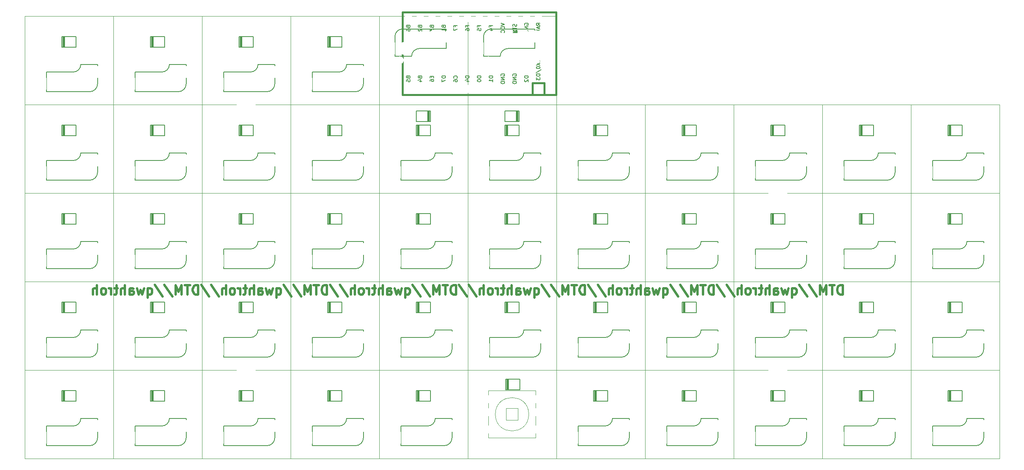
<source format=gbo>
G04 #@! TF.GenerationSoftware,KiCad,Pcbnew,(5.1.10)-1*
G04 #@! TF.CreationDate,2021-10-22T01:42:52-05:00*
G04 #@! TF.ProjectId,DTM,44544d2e-6b69-4636-9164-5f7063625858,rev?*
G04 #@! TF.SameCoordinates,Original*
G04 #@! TF.FileFunction,Legend,Bot*
G04 #@! TF.FilePolarity,Positive*
%FSLAX46Y46*%
G04 Gerber Fmt 4.6, Leading zero omitted, Abs format (unit mm)*
G04 Created by KiCad (PCBNEW (5.1.10)-1) date 2021-10-22 01:42:52*
%MOMM*%
%LPD*%
G01*
G04 APERTURE LIST*
%ADD10C,0.500000*%
%ADD11C,0.150000*%
%ADD12C,0.120000*%
%ADD13C,0.203200*%
%ADD14C,0.381000*%
%ADD15C,4.000000*%
%ADD16R,2.550000X2.500000*%
%ADD17C,3.980180*%
%ADD18C,2.950000*%
%ADD19C,1.700000*%
%ADD20R,1.651000X1.651000*%
%ADD21C,1.651000*%
%ADD22C,1.800000*%
%ADD23C,1.752600*%
%ADD24R,1.752600X1.752600*%
G04 APERTURE END LIST*
D10*
X216321428Y-100404761D02*
X216321428Y-98404761D01*
X215845238Y-98404761D01*
X215559523Y-98500000D01*
X215369047Y-98690476D01*
X215273809Y-98880952D01*
X215178571Y-99261904D01*
X215178571Y-99547619D01*
X215273809Y-99928571D01*
X215369047Y-100119047D01*
X215559523Y-100309523D01*
X215845238Y-100404761D01*
X216321428Y-100404761D01*
X214607142Y-98404761D02*
X213464285Y-98404761D01*
X214035714Y-100404761D02*
X214035714Y-98404761D01*
X212797619Y-100404761D02*
X212797619Y-98404761D01*
X212130952Y-99833333D01*
X211464285Y-98404761D01*
X211464285Y-100404761D01*
X209083333Y-98309523D02*
X210797619Y-100880952D01*
X206988095Y-98309523D02*
X208702380Y-100880952D01*
X205464285Y-99071428D02*
X205464285Y-101071428D01*
X205464285Y-100309523D02*
X205654761Y-100404761D01*
X206035714Y-100404761D01*
X206226190Y-100309523D01*
X206321428Y-100214285D01*
X206416666Y-100023809D01*
X206416666Y-99452380D01*
X206321428Y-99261904D01*
X206226190Y-99166666D01*
X206035714Y-99071428D01*
X205654761Y-99071428D01*
X205464285Y-99166666D01*
X204702380Y-99071428D02*
X204321428Y-100404761D01*
X203940476Y-99452380D01*
X203559523Y-100404761D01*
X203178571Y-99071428D01*
X201559523Y-100404761D02*
X201559523Y-99357142D01*
X201654761Y-99166666D01*
X201845238Y-99071428D01*
X202226190Y-99071428D01*
X202416666Y-99166666D01*
X201559523Y-100309523D02*
X201750000Y-100404761D01*
X202226190Y-100404761D01*
X202416666Y-100309523D01*
X202511904Y-100119047D01*
X202511904Y-99928571D01*
X202416666Y-99738095D01*
X202226190Y-99642857D01*
X201750000Y-99642857D01*
X201559523Y-99547619D01*
X200607142Y-100404761D02*
X200607142Y-98404761D01*
X199749999Y-100404761D02*
X199749999Y-99357142D01*
X199845238Y-99166666D01*
X200035714Y-99071428D01*
X200321428Y-99071428D01*
X200511904Y-99166666D01*
X200607142Y-99261904D01*
X199083333Y-99071428D02*
X198321428Y-99071428D01*
X198797619Y-98404761D02*
X198797619Y-100119047D01*
X198702380Y-100309523D01*
X198511904Y-100404761D01*
X198321428Y-100404761D01*
X197654761Y-100404761D02*
X197654761Y-99071428D01*
X197654761Y-99452380D02*
X197559523Y-99261904D01*
X197464285Y-99166666D01*
X197273809Y-99071428D01*
X197083333Y-99071428D01*
X196130952Y-100404761D02*
X196321428Y-100309523D01*
X196416666Y-100214285D01*
X196511904Y-100023809D01*
X196511904Y-99452380D01*
X196416666Y-99261904D01*
X196321428Y-99166666D01*
X196130952Y-99071428D01*
X195845238Y-99071428D01*
X195654761Y-99166666D01*
X195559523Y-99261904D01*
X195464285Y-99452380D01*
X195464285Y-100023809D01*
X195559523Y-100214285D01*
X195654761Y-100309523D01*
X195845238Y-100404761D01*
X196130952Y-100404761D01*
X194607142Y-100404761D02*
X194607142Y-98404761D01*
X193749999Y-100404761D02*
X193749999Y-99357142D01*
X193845238Y-99166666D01*
X194035714Y-99071428D01*
X194321428Y-99071428D01*
X194511904Y-99166666D01*
X194607142Y-99261904D01*
X191369047Y-98309523D02*
X193083333Y-100880952D01*
X189273809Y-98309523D02*
X190988095Y-100880952D01*
X188607142Y-100404761D02*
X188607142Y-98404761D01*
X188130952Y-98404761D01*
X187845238Y-98500000D01*
X187654761Y-98690476D01*
X187559523Y-98880952D01*
X187464285Y-99261904D01*
X187464285Y-99547619D01*
X187559523Y-99928571D01*
X187654761Y-100119047D01*
X187845238Y-100309523D01*
X188130952Y-100404761D01*
X188607142Y-100404761D01*
X186892857Y-98404761D02*
X185749999Y-98404761D01*
X186321428Y-100404761D02*
X186321428Y-98404761D01*
X185083333Y-100404761D02*
X185083333Y-98404761D01*
X184416666Y-99833333D01*
X183749999Y-98404761D01*
X183749999Y-100404761D01*
X181369047Y-98309523D02*
X183083333Y-100880952D01*
X179273809Y-98309523D02*
X180988095Y-100880952D01*
X177750000Y-99071428D02*
X177750000Y-101071428D01*
X177750000Y-100309523D02*
X177940476Y-100404761D01*
X178321428Y-100404761D01*
X178511904Y-100309523D01*
X178607142Y-100214285D01*
X178702380Y-100023809D01*
X178702380Y-99452380D01*
X178607142Y-99261904D01*
X178511904Y-99166666D01*
X178321428Y-99071428D01*
X177940476Y-99071428D01*
X177750000Y-99166666D01*
X176988095Y-99071428D02*
X176607142Y-100404761D01*
X176226190Y-99452380D01*
X175845238Y-100404761D01*
X175464285Y-99071428D01*
X173845238Y-100404761D02*
X173845238Y-99357142D01*
X173940476Y-99166666D01*
X174130952Y-99071428D01*
X174511904Y-99071428D01*
X174702380Y-99166666D01*
X173845238Y-100309523D02*
X174035714Y-100404761D01*
X174511904Y-100404761D01*
X174702380Y-100309523D01*
X174797619Y-100119047D01*
X174797619Y-99928571D01*
X174702380Y-99738095D01*
X174511904Y-99642857D01*
X174035714Y-99642857D01*
X173845238Y-99547619D01*
X172892857Y-100404761D02*
X172892857Y-98404761D01*
X172035714Y-100404761D02*
X172035714Y-99357142D01*
X172130952Y-99166666D01*
X172321428Y-99071428D01*
X172607142Y-99071428D01*
X172797619Y-99166666D01*
X172892857Y-99261904D01*
X171369047Y-99071428D02*
X170607142Y-99071428D01*
X171083333Y-98404761D02*
X171083333Y-100119047D01*
X170988095Y-100309523D01*
X170797619Y-100404761D01*
X170607142Y-100404761D01*
X169940476Y-100404761D02*
X169940476Y-99071428D01*
X169940476Y-99452380D02*
X169845238Y-99261904D01*
X169750000Y-99166666D01*
X169559523Y-99071428D01*
X169369047Y-99071428D01*
X168416666Y-100404761D02*
X168607142Y-100309523D01*
X168702380Y-100214285D01*
X168797619Y-100023809D01*
X168797619Y-99452380D01*
X168702380Y-99261904D01*
X168607142Y-99166666D01*
X168416666Y-99071428D01*
X168130952Y-99071428D01*
X167940476Y-99166666D01*
X167845238Y-99261904D01*
X167750000Y-99452380D01*
X167750000Y-100023809D01*
X167845238Y-100214285D01*
X167940476Y-100309523D01*
X168130952Y-100404761D01*
X168416666Y-100404761D01*
X166892857Y-100404761D02*
X166892857Y-98404761D01*
X166035714Y-100404761D02*
X166035714Y-99357142D01*
X166130952Y-99166666D01*
X166321428Y-99071428D01*
X166607142Y-99071428D01*
X166797619Y-99166666D01*
X166892857Y-99261904D01*
X163654761Y-98309523D02*
X165369047Y-100880952D01*
X161559523Y-98309523D02*
X163273809Y-100880952D01*
X160892857Y-100404761D02*
X160892857Y-98404761D01*
X160416666Y-98404761D01*
X160130952Y-98500000D01*
X159940476Y-98690476D01*
X159845238Y-98880952D01*
X159750000Y-99261904D01*
X159750000Y-99547619D01*
X159845238Y-99928571D01*
X159940476Y-100119047D01*
X160130952Y-100309523D01*
X160416666Y-100404761D01*
X160892857Y-100404761D01*
X159178571Y-98404761D02*
X158035714Y-98404761D01*
X158607142Y-100404761D02*
X158607142Y-98404761D01*
X157369047Y-100404761D02*
X157369047Y-98404761D01*
X156702380Y-99833333D01*
X156035714Y-98404761D01*
X156035714Y-100404761D01*
X153654761Y-98309523D02*
X155369047Y-100880952D01*
X151559523Y-98309523D02*
X153273809Y-100880952D01*
X150035714Y-99071428D02*
X150035714Y-101071428D01*
X150035714Y-100309523D02*
X150226190Y-100404761D01*
X150607142Y-100404761D01*
X150797619Y-100309523D01*
X150892857Y-100214285D01*
X150988095Y-100023809D01*
X150988095Y-99452380D01*
X150892857Y-99261904D01*
X150797619Y-99166666D01*
X150607142Y-99071428D01*
X150226190Y-99071428D01*
X150035714Y-99166666D01*
X149273809Y-99071428D02*
X148892857Y-100404761D01*
X148511904Y-99452380D01*
X148130952Y-100404761D01*
X147750000Y-99071428D01*
X146130952Y-100404761D02*
X146130952Y-99357142D01*
X146226190Y-99166666D01*
X146416666Y-99071428D01*
X146797619Y-99071428D01*
X146988095Y-99166666D01*
X146130952Y-100309523D02*
X146321428Y-100404761D01*
X146797619Y-100404761D01*
X146988095Y-100309523D01*
X147083333Y-100119047D01*
X147083333Y-99928571D01*
X146988095Y-99738095D01*
X146797619Y-99642857D01*
X146321428Y-99642857D01*
X146130952Y-99547619D01*
X145178571Y-100404761D02*
X145178571Y-98404761D01*
X144321428Y-100404761D02*
X144321428Y-99357142D01*
X144416666Y-99166666D01*
X144607142Y-99071428D01*
X144892857Y-99071428D01*
X145083333Y-99166666D01*
X145178571Y-99261904D01*
X143654761Y-99071428D02*
X142892857Y-99071428D01*
X143369047Y-98404761D02*
X143369047Y-100119047D01*
X143273809Y-100309523D01*
X143083333Y-100404761D01*
X142892857Y-100404761D01*
X142226190Y-100404761D02*
X142226190Y-99071428D01*
X142226190Y-99452380D02*
X142130952Y-99261904D01*
X142035714Y-99166666D01*
X141845238Y-99071428D01*
X141654761Y-99071428D01*
X140702380Y-100404761D02*
X140892857Y-100309523D01*
X140988095Y-100214285D01*
X141083333Y-100023809D01*
X141083333Y-99452380D01*
X140988095Y-99261904D01*
X140892857Y-99166666D01*
X140702380Y-99071428D01*
X140416666Y-99071428D01*
X140226190Y-99166666D01*
X140130952Y-99261904D01*
X140035714Y-99452380D01*
X140035714Y-100023809D01*
X140130952Y-100214285D01*
X140226190Y-100309523D01*
X140416666Y-100404761D01*
X140702380Y-100404761D01*
X139178571Y-100404761D02*
X139178571Y-98404761D01*
X138321428Y-100404761D02*
X138321428Y-99357142D01*
X138416666Y-99166666D01*
X138607142Y-99071428D01*
X138892857Y-99071428D01*
X139083333Y-99166666D01*
X139178571Y-99261904D01*
X135940476Y-98309523D02*
X137654761Y-100880952D01*
X133845238Y-98309523D02*
X135559523Y-100880952D01*
X133178571Y-100404761D02*
X133178571Y-98404761D01*
X132702380Y-98404761D01*
X132416666Y-98500000D01*
X132226190Y-98690476D01*
X132130952Y-98880952D01*
X132035714Y-99261904D01*
X132035714Y-99547619D01*
X132130952Y-99928571D01*
X132226190Y-100119047D01*
X132416666Y-100309523D01*
X132702380Y-100404761D01*
X133178571Y-100404761D01*
X131464285Y-98404761D02*
X130321428Y-98404761D01*
X130892857Y-100404761D02*
X130892857Y-98404761D01*
X129654761Y-100404761D02*
X129654761Y-98404761D01*
X128988095Y-99833333D01*
X128321428Y-98404761D01*
X128321428Y-100404761D01*
X125940476Y-98309523D02*
X127654761Y-100880952D01*
X123845238Y-98309523D02*
X125559523Y-100880952D01*
X122321428Y-99071428D02*
X122321428Y-101071428D01*
X122321428Y-100309523D02*
X122511904Y-100404761D01*
X122892857Y-100404761D01*
X123083333Y-100309523D01*
X123178571Y-100214285D01*
X123273809Y-100023809D01*
X123273809Y-99452380D01*
X123178571Y-99261904D01*
X123083333Y-99166666D01*
X122892857Y-99071428D01*
X122511904Y-99071428D01*
X122321428Y-99166666D01*
X121559523Y-99071428D02*
X121178571Y-100404761D01*
X120797619Y-99452380D01*
X120416666Y-100404761D01*
X120035714Y-99071428D01*
X118416666Y-100404761D02*
X118416666Y-99357142D01*
X118511904Y-99166666D01*
X118702380Y-99071428D01*
X119083333Y-99071428D01*
X119273809Y-99166666D01*
X118416666Y-100309523D02*
X118607142Y-100404761D01*
X119083333Y-100404761D01*
X119273809Y-100309523D01*
X119369047Y-100119047D01*
X119369047Y-99928571D01*
X119273809Y-99738095D01*
X119083333Y-99642857D01*
X118607142Y-99642857D01*
X118416666Y-99547619D01*
X117464285Y-100404761D02*
X117464285Y-98404761D01*
X116607142Y-100404761D02*
X116607142Y-99357142D01*
X116702380Y-99166666D01*
X116892857Y-99071428D01*
X117178571Y-99071428D01*
X117369047Y-99166666D01*
X117464285Y-99261904D01*
X115940476Y-99071428D02*
X115178571Y-99071428D01*
X115654761Y-98404761D02*
X115654761Y-100119047D01*
X115559523Y-100309523D01*
X115369047Y-100404761D01*
X115178571Y-100404761D01*
X114511904Y-100404761D02*
X114511904Y-99071428D01*
X114511904Y-99452380D02*
X114416666Y-99261904D01*
X114321428Y-99166666D01*
X114130952Y-99071428D01*
X113940476Y-99071428D01*
X112988095Y-100404761D02*
X113178571Y-100309523D01*
X113273809Y-100214285D01*
X113369047Y-100023809D01*
X113369047Y-99452380D01*
X113273809Y-99261904D01*
X113178571Y-99166666D01*
X112988095Y-99071428D01*
X112702380Y-99071428D01*
X112511904Y-99166666D01*
X112416666Y-99261904D01*
X112321428Y-99452380D01*
X112321428Y-100023809D01*
X112416666Y-100214285D01*
X112511904Y-100309523D01*
X112702380Y-100404761D01*
X112988095Y-100404761D01*
X111464285Y-100404761D02*
X111464285Y-98404761D01*
X110607142Y-100404761D02*
X110607142Y-99357142D01*
X110702380Y-99166666D01*
X110892857Y-99071428D01*
X111178571Y-99071428D01*
X111369047Y-99166666D01*
X111464285Y-99261904D01*
X108226190Y-98309523D02*
X109940476Y-100880952D01*
X106130952Y-98309523D02*
X107845238Y-100880952D01*
X105464285Y-100404761D02*
X105464285Y-98404761D01*
X104988095Y-98404761D01*
X104702380Y-98500000D01*
X104511904Y-98690476D01*
X104416666Y-98880952D01*
X104321428Y-99261904D01*
X104321428Y-99547619D01*
X104416666Y-99928571D01*
X104511904Y-100119047D01*
X104702380Y-100309523D01*
X104988095Y-100404761D01*
X105464285Y-100404761D01*
X103750000Y-98404761D02*
X102607142Y-98404761D01*
X103178571Y-100404761D02*
X103178571Y-98404761D01*
X101940476Y-100404761D02*
X101940476Y-98404761D01*
X101273809Y-99833333D01*
X100607142Y-98404761D01*
X100607142Y-100404761D01*
X98226190Y-98309523D02*
X99940476Y-100880952D01*
X96130952Y-98309523D02*
X97845238Y-100880952D01*
X94607142Y-99071428D02*
X94607142Y-101071428D01*
X94607142Y-100309523D02*
X94797619Y-100404761D01*
X95178571Y-100404761D01*
X95369047Y-100309523D01*
X95464285Y-100214285D01*
X95559523Y-100023809D01*
X95559523Y-99452380D01*
X95464285Y-99261904D01*
X95369047Y-99166666D01*
X95178571Y-99071428D01*
X94797619Y-99071428D01*
X94607142Y-99166666D01*
X93845238Y-99071428D02*
X93464285Y-100404761D01*
X93083333Y-99452380D01*
X92702380Y-100404761D01*
X92321428Y-99071428D01*
X90702380Y-100404761D02*
X90702380Y-99357142D01*
X90797619Y-99166666D01*
X90988095Y-99071428D01*
X91369047Y-99071428D01*
X91559523Y-99166666D01*
X90702380Y-100309523D02*
X90892857Y-100404761D01*
X91369047Y-100404761D01*
X91559523Y-100309523D01*
X91654761Y-100119047D01*
X91654761Y-99928571D01*
X91559523Y-99738095D01*
X91369047Y-99642857D01*
X90892857Y-99642857D01*
X90702380Y-99547619D01*
X89750000Y-100404761D02*
X89750000Y-98404761D01*
X88892857Y-100404761D02*
X88892857Y-99357142D01*
X88988095Y-99166666D01*
X89178571Y-99071428D01*
X89464285Y-99071428D01*
X89654761Y-99166666D01*
X89750000Y-99261904D01*
X88226190Y-99071428D02*
X87464285Y-99071428D01*
X87940476Y-98404761D02*
X87940476Y-100119047D01*
X87845238Y-100309523D01*
X87654761Y-100404761D01*
X87464285Y-100404761D01*
X86797619Y-100404761D02*
X86797619Y-99071428D01*
X86797619Y-99452380D02*
X86702380Y-99261904D01*
X86607142Y-99166666D01*
X86416666Y-99071428D01*
X86226190Y-99071428D01*
X85273809Y-100404761D02*
X85464285Y-100309523D01*
X85559523Y-100214285D01*
X85654761Y-100023809D01*
X85654761Y-99452380D01*
X85559523Y-99261904D01*
X85464285Y-99166666D01*
X85273809Y-99071428D01*
X84988095Y-99071428D01*
X84797619Y-99166666D01*
X84702380Y-99261904D01*
X84607142Y-99452380D01*
X84607142Y-100023809D01*
X84702380Y-100214285D01*
X84797619Y-100309523D01*
X84988095Y-100404761D01*
X85273809Y-100404761D01*
X83750000Y-100404761D02*
X83750000Y-98404761D01*
X82892857Y-100404761D02*
X82892857Y-99357142D01*
X82988095Y-99166666D01*
X83178571Y-99071428D01*
X83464285Y-99071428D01*
X83654761Y-99166666D01*
X83750000Y-99261904D01*
X80511904Y-98309523D02*
X82226190Y-100880952D01*
X78416666Y-98309523D02*
X80130952Y-100880952D01*
X77750000Y-100404761D02*
X77750000Y-98404761D01*
X77273809Y-98404761D01*
X76988095Y-98500000D01*
X76797619Y-98690476D01*
X76702380Y-98880952D01*
X76607142Y-99261904D01*
X76607142Y-99547619D01*
X76702380Y-99928571D01*
X76797619Y-100119047D01*
X76988095Y-100309523D01*
X77273809Y-100404761D01*
X77750000Y-100404761D01*
X76035714Y-98404761D02*
X74892857Y-98404761D01*
X75464285Y-100404761D02*
X75464285Y-98404761D01*
X74226190Y-100404761D02*
X74226190Y-98404761D01*
X73559523Y-99833333D01*
X72892857Y-98404761D01*
X72892857Y-100404761D01*
X70511904Y-98309523D02*
X72226190Y-100880952D01*
X68416666Y-98309523D02*
X70130952Y-100880952D01*
X66892857Y-99071428D02*
X66892857Y-101071428D01*
X66892857Y-100309523D02*
X67083333Y-100404761D01*
X67464285Y-100404761D01*
X67654761Y-100309523D01*
X67750000Y-100214285D01*
X67845238Y-100023809D01*
X67845238Y-99452380D01*
X67750000Y-99261904D01*
X67654761Y-99166666D01*
X67464285Y-99071428D01*
X67083333Y-99071428D01*
X66892857Y-99166666D01*
X66130952Y-99071428D02*
X65750000Y-100404761D01*
X65369047Y-99452380D01*
X64988095Y-100404761D01*
X64607142Y-99071428D01*
X62988095Y-100404761D02*
X62988095Y-99357142D01*
X63083333Y-99166666D01*
X63273809Y-99071428D01*
X63654761Y-99071428D01*
X63845238Y-99166666D01*
X62988095Y-100309523D02*
X63178571Y-100404761D01*
X63654761Y-100404761D01*
X63845238Y-100309523D01*
X63940476Y-100119047D01*
X63940476Y-99928571D01*
X63845238Y-99738095D01*
X63654761Y-99642857D01*
X63178571Y-99642857D01*
X62988095Y-99547619D01*
X62035714Y-100404761D02*
X62035714Y-98404761D01*
X61178571Y-100404761D02*
X61178571Y-99357142D01*
X61273809Y-99166666D01*
X61464285Y-99071428D01*
X61750000Y-99071428D01*
X61940476Y-99166666D01*
X62035714Y-99261904D01*
X60511904Y-99071428D02*
X59750000Y-99071428D01*
X60226190Y-98404761D02*
X60226190Y-100119047D01*
X60130952Y-100309523D01*
X59940476Y-100404761D01*
X59750000Y-100404761D01*
X59083333Y-100404761D02*
X59083333Y-99071428D01*
X59083333Y-99452380D02*
X58988095Y-99261904D01*
X58892857Y-99166666D01*
X58702380Y-99071428D01*
X58511904Y-99071428D01*
X57559523Y-100404761D02*
X57750000Y-100309523D01*
X57845238Y-100214285D01*
X57940476Y-100023809D01*
X57940476Y-99452380D01*
X57845238Y-99261904D01*
X57750000Y-99166666D01*
X57559523Y-99071428D01*
X57273809Y-99071428D01*
X57083333Y-99166666D01*
X56988095Y-99261904D01*
X56892857Y-99452380D01*
X56892857Y-100023809D01*
X56988095Y-100214285D01*
X57083333Y-100309523D01*
X57273809Y-100404761D01*
X57559523Y-100404761D01*
X56035714Y-100404761D02*
X56035714Y-98404761D01*
X55178571Y-100404761D02*
X55178571Y-99357142D01*
X55273809Y-99166666D01*
X55464285Y-99071428D01*
X55750000Y-99071428D01*
X55940476Y-99166666D01*
X56035714Y-99261904D01*
D11*
X69915000Y-52540000D02*
X64185000Y-52540000D01*
X73510000Y-56755000D02*
X64185000Y-56755000D01*
X64185000Y-56750000D02*
X64185000Y-52540000D01*
X75185000Y-55080000D02*
X75185000Y-50865000D01*
X75185000Y-50865000D02*
X71590000Y-50865000D01*
D12*
X59525000Y-59525000D02*
X78575000Y-59525000D01*
X78575000Y-59525000D02*
X78575000Y-40475000D01*
X59525000Y-40475000D02*
X59525000Y-59525000D01*
X78575000Y-40475000D02*
X59525000Y-40475000D01*
D11*
X71590000Y-50865000D02*
G75*
G02*
X69915000Y-52540000I-1675000J0D01*
G01*
X75185000Y-55080000D02*
G75*
G02*
X73510000Y-56755000I-1675000J0D01*
G01*
D13*
X242024000Y-121057000D02*
X242024000Y-123343000D01*
X238976000Y-121057000D02*
X242024000Y-121057000D01*
X238976000Y-123343000D02*
X238976000Y-121057000D01*
X242024000Y-123343000D02*
X238976000Y-123343000D01*
D11*
X239200000Y-121100000D02*
X239200000Y-123200000D01*
X239200000Y-123300000D02*
X239200000Y-123200000D01*
X239200000Y-123200000D02*
X239200000Y-123300000D01*
X239400000Y-123300000D02*
X239400000Y-121100000D01*
X239600000Y-121100000D02*
X239600000Y-123300000D01*
D13*
X242024000Y-102007000D02*
X242024000Y-104293000D01*
X238976000Y-102007000D02*
X242024000Y-102007000D01*
X238976000Y-104293000D02*
X238976000Y-102007000D01*
X242024000Y-104293000D02*
X238976000Y-104293000D01*
D11*
X239200000Y-102050000D02*
X239200000Y-104150000D01*
X239200000Y-104250000D02*
X239200000Y-104150000D01*
X239200000Y-104150000D02*
X239200000Y-104250000D01*
X239400000Y-104250000D02*
X239400000Y-102050000D01*
X239600000Y-102050000D02*
X239600000Y-104250000D01*
D13*
X242024000Y-82957000D02*
X242024000Y-85243000D01*
X238976000Y-82957000D02*
X242024000Y-82957000D01*
X238976000Y-85243000D02*
X238976000Y-82957000D01*
X242024000Y-85243000D02*
X238976000Y-85243000D01*
D11*
X239200000Y-83000000D02*
X239200000Y-85100000D01*
X239200000Y-85200000D02*
X239200000Y-85100000D01*
X239200000Y-85100000D02*
X239200000Y-85200000D01*
X239400000Y-85200000D02*
X239400000Y-83000000D01*
X239600000Y-83000000D02*
X239600000Y-85200000D01*
D13*
X242024000Y-63907000D02*
X242024000Y-66193000D01*
X238976000Y-63907000D02*
X242024000Y-63907000D01*
X238976000Y-66193000D02*
X238976000Y-63907000D01*
X242024000Y-66193000D02*
X238976000Y-66193000D01*
D11*
X239200000Y-63950000D02*
X239200000Y-66050000D01*
X239200000Y-66150000D02*
X239200000Y-66050000D01*
X239200000Y-66050000D02*
X239200000Y-66150000D01*
X239400000Y-66150000D02*
X239400000Y-63950000D01*
X239600000Y-63950000D02*
X239600000Y-66150000D01*
D13*
X222974000Y-121057000D02*
X222974000Y-123343000D01*
X219926000Y-121057000D02*
X222974000Y-121057000D01*
X219926000Y-123343000D02*
X219926000Y-121057000D01*
X222974000Y-123343000D02*
X219926000Y-123343000D01*
D11*
X220150000Y-121100000D02*
X220150000Y-123200000D01*
X220150000Y-123300000D02*
X220150000Y-123200000D01*
X220150000Y-123200000D02*
X220150000Y-123300000D01*
X220350000Y-123300000D02*
X220350000Y-121100000D01*
X220550000Y-121100000D02*
X220550000Y-123300000D01*
D13*
X222974000Y-102007000D02*
X222974000Y-104293000D01*
X219926000Y-102007000D02*
X222974000Y-102007000D01*
X219926000Y-104293000D02*
X219926000Y-102007000D01*
X222974000Y-104293000D02*
X219926000Y-104293000D01*
D11*
X220150000Y-102050000D02*
X220150000Y-104150000D01*
X220150000Y-104250000D02*
X220150000Y-104150000D01*
X220150000Y-104150000D02*
X220150000Y-104250000D01*
X220350000Y-104250000D02*
X220350000Y-102050000D01*
X220550000Y-102050000D02*
X220550000Y-104250000D01*
D13*
X222974000Y-82957000D02*
X222974000Y-85243000D01*
X219926000Y-82957000D02*
X222974000Y-82957000D01*
X219926000Y-85243000D02*
X219926000Y-82957000D01*
X222974000Y-85243000D02*
X219926000Y-85243000D01*
D11*
X220150000Y-83000000D02*
X220150000Y-85100000D01*
X220150000Y-85200000D02*
X220150000Y-85100000D01*
X220150000Y-85100000D02*
X220150000Y-85200000D01*
X220350000Y-85200000D02*
X220350000Y-83000000D01*
X220550000Y-83000000D02*
X220550000Y-85200000D01*
D13*
X222974000Y-63907000D02*
X222974000Y-66193000D01*
X219926000Y-63907000D02*
X222974000Y-63907000D01*
X219926000Y-66193000D02*
X219926000Y-63907000D01*
X222974000Y-66193000D02*
X219926000Y-66193000D01*
D11*
X220150000Y-63950000D02*
X220150000Y-66050000D01*
X220150000Y-66150000D02*
X220150000Y-66050000D01*
X220150000Y-66050000D02*
X220150000Y-66150000D01*
X220350000Y-66150000D02*
X220350000Y-63950000D01*
X220550000Y-63950000D02*
X220550000Y-66150000D01*
D13*
X203924000Y-121057000D02*
X203924000Y-123343000D01*
X200876000Y-121057000D02*
X203924000Y-121057000D01*
X200876000Y-123343000D02*
X200876000Y-121057000D01*
X203924000Y-123343000D02*
X200876000Y-123343000D01*
D11*
X201100000Y-121100000D02*
X201100000Y-123200000D01*
X201100000Y-123300000D02*
X201100000Y-123200000D01*
X201100000Y-123200000D02*
X201100000Y-123300000D01*
X201300000Y-123300000D02*
X201300000Y-121100000D01*
X201500000Y-121100000D02*
X201500000Y-123300000D01*
D13*
X203924000Y-102007000D02*
X203924000Y-104293000D01*
X200876000Y-102007000D02*
X203924000Y-102007000D01*
X200876000Y-104293000D02*
X200876000Y-102007000D01*
X203924000Y-104293000D02*
X200876000Y-104293000D01*
D11*
X201100000Y-102050000D02*
X201100000Y-104150000D01*
X201100000Y-104250000D02*
X201100000Y-104150000D01*
X201100000Y-104150000D02*
X201100000Y-104250000D01*
X201300000Y-104250000D02*
X201300000Y-102050000D01*
X201500000Y-102050000D02*
X201500000Y-104250000D01*
D13*
X203924000Y-82957000D02*
X203924000Y-85243000D01*
X200876000Y-82957000D02*
X203924000Y-82957000D01*
X200876000Y-85243000D02*
X200876000Y-82957000D01*
X203924000Y-85243000D02*
X200876000Y-85243000D01*
D11*
X201100000Y-83000000D02*
X201100000Y-85100000D01*
X201100000Y-85200000D02*
X201100000Y-85100000D01*
X201100000Y-85100000D02*
X201100000Y-85200000D01*
X201300000Y-85200000D02*
X201300000Y-83000000D01*
X201500000Y-83000000D02*
X201500000Y-85200000D01*
D13*
X203924000Y-63907000D02*
X203924000Y-66193000D01*
X200876000Y-63907000D02*
X203924000Y-63907000D01*
X200876000Y-66193000D02*
X200876000Y-63907000D01*
X203924000Y-66193000D02*
X200876000Y-66193000D01*
D11*
X201100000Y-63950000D02*
X201100000Y-66050000D01*
X201100000Y-66150000D02*
X201100000Y-66050000D01*
X201100000Y-66050000D02*
X201100000Y-66150000D01*
X201300000Y-66150000D02*
X201300000Y-63950000D01*
X201500000Y-63950000D02*
X201500000Y-66150000D01*
D13*
X184874000Y-121057000D02*
X184874000Y-123343000D01*
X181826000Y-121057000D02*
X184874000Y-121057000D01*
X181826000Y-123343000D02*
X181826000Y-121057000D01*
X184874000Y-123343000D02*
X181826000Y-123343000D01*
D11*
X182050000Y-121100000D02*
X182050000Y-123200000D01*
X182050000Y-123300000D02*
X182050000Y-123200000D01*
X182050000Y-123200000D02*
X182050000Y-123300000D01*
X182250000Y-123300000D02*
X182250000Y-121100000D01*
X182450000Y-121100000D02*
X182450000Y-123300000D01*
D13*
X184874000Y-102007000D02*
X184874000Y-104293000D01*
X181826000Y-102007000D02*
X184874000Y-102007000D01*
X181826000Y-104293000D02*
X181826000Y-102007000D01*
X184874000Y-104293000D02*
X181826000Y-104293000D01*
D11*
X182050000Y-102050000D02*
X182050000Y-104150000D01*
X182050000Y-104250000D02*
X182050000Y-104150000D01*
X182050000Y-104150000D02*
X182050000Y-104250000D01*
X182250000Y-104250000D02*
X182250000Y-102050000D01*
X182450000Y-102050000D02*
X182450000Y-104250000D01*
D13*
X184874000Y-82957000D02*
X184874000Y-85243000D01*
X181826000Y-82957000D02*
X184874000Y-82957000D01*
X181826000Y-85243000D02*
X181826000Y-82957000D01*
X184874000Y-85243000D02*
X181826000Y-85243000D01*
D11*
X182050000Y-83000000D02*
X182050000Y-85100000D01*
X182050000Y-85200000D02*
X182050000Y-85100000D01*
X182050000Y-85100000D02*
X182050000Y-85200000D01*
X182250000Y-85200000D02*
X182250000Y-83000000D01*
X182450000Y-83000000D02*
X182450000Y-85200000D01*
D13*
X184874000Y-63907000D02*
X184874000Y-66193000D01*
X181826000Y-63907000D02*
X184874000Y-63907000D01*
X181826000Y-66193000D02*
X181826000Y-63907000D01*
X184874000Y-66193000D02*
X181826000Y-66193000D01*
D11*
X182050000Y-63950000D02*
X182050000Y-66050000D01*
X182050000Y-66150000D02*
X182050000Y-66050000D01*
X182050000Y-66050000D02*
X182050000Y-66150000D01*
X182250000Y-66150000D02*
X182250000Y-63950000D01*
X182450000Y-63950000D02*
X182450000Y-66150000D01*
D13*
X165824000Y-121057000D02*
X165824000Y-123343000D01*
X162776000Y-121057000D02*
X165824000Y-121057000D01*
X162776000Y-123343000D02*
X162776000Y-121057000D01*
X165824000Y-123343000D02*
X162776000Y-123343000D01*
D11*
X163000000Y-121100000D02*
X163000000Y-123200000D01*
X163000000Y-123300000D02*
X163000000Y-123200000D01*
X163000000Y-123200000D02*
X163000000Y-123300000D01*
X163200000Y-123300000D02*
X163200000Y-121100000D01*
X163400000Y-121100000D02*
X163400000Y-123300000D01*
D13*
X165824000Y-102007000D02*
X165824000Y-104293000D01*
X162776000Y-102007000D02*
X165824000Y-102007000D01*
X162776000Y-104293000D02*
X162776000Y-102007000D01*
X165824000Y-104293000D02*
X162776000Y-104293000D01*
D11*
X163000000Y-102050000D02*
X163000000Y-104150000D01*
X163000000Y-104250000D02*
X163000000Y-104150000D01*
X163000000Y-104150000D02*
X163000000Y-104250000D01*
X163200000Y-104250000D02*
X163200000Y-102050000D01*
X163400000Y-102050000D02*
X163400000Y-104250000D01*
D13*
X165824000Y-82957000D02*
X165824000Y-85243000D01*
X162776000Y-82957000D02*
X165824000Y-82957000D01*
X162776000Y-85243000D02*
X162776000Y-82957000D01*
X165824000Y-85243000D02*
X162776000Y-85243000D01*
D11*
X163000000Y-83000000D02*
X163000000Y-85100000D01*
X163000000Y-85200000D02*
X163000000Y-85100000D01*
X163000000Y-85100000D02*
X163000000Y-85200000D01*
X163200000Y-85200000D02*
X163200000Y-83000000D01*
X163400000Y-83000000D02*
X163400000Y-85200000D01*
D13*
X165824000Y-63907000D02*
X165824000Y-66193000D01*
X162776000Y-63907000D02*
X165824000Y-63907000D01*
X162776000Y-66193000D02*
X162776000Y-63907000D01*
X165824000Y-66193000D02*
X162776000Y-66193000D01*
D11*
X163000000Y-63950000D02*
X163000000Y-66050000D01*
X163000000Y-66150000D02*
X163000000Y-66050000D01*
X163000000Y-66050000D02*
X163000000Y-66150000D01*
X163200000Y-66150000D02*
X163200000Y-63950000D01*
X163400000Y-63950000D02*
X163400000Y-66150000D01*
D13*
X146934000Y-118607000D02*
X146934000Y-120893000D01*
X143886000Y-118607000D02*
X146934000Y-118607000D01*
X143886000Y-120893000D02*
X143886000Y-118607000D01*
X146934000Y-120893000D02*
X143886000Y-120893000D01*
D11*
X144110000Y-118650000D02*
X144110000Y-120750000D01*
X144110000Y-120850000D02*
X144110000Y-120750000D01*
X144110000Y-120750000D02*
X144110000Y-120850000D01*
X144310000Y-120850000D02*
X144310000Y-118650000D01*
X144510000Y-118650000D02*
X144510000Y-120850000D01*
D13*
X146774000Y-102007000D02*
X146774000Y-104293000D01*
X143726000Y-102007000D02*
X146774000Y-102007000D01*
X143726000Y-104293000D02*
X143726000Y-102007000D01*
X146774000Y-104293000D02*
X143726000Y-104293000D01*
D11*
X143950000Y-102050000D02*
X143950000Y-104150000D01*
X143950000Y-104250000D02*
X143950000Y-104150000D01*
X143950000Y-104150000D02*
X143950000Y-104250000D01*
X144150000Y-104250000D02*
X144150000Y-102050000D01*
X144350000Y-102050000D02*
X144350000Y-104250000D01*
D13*
X146774000Y-82957000D02*
X146774000Y-85243000D01*
X143726000Y-82957000D02*
X146774000Y-82957000D01*
X143726000Y-85243000D02*
X143726000Y-82957000D01*
X146774000Y-85243000D02*
X143726000Y-85243000D01*
D11*
X143950000Y-83000000D02*
X143950000Y-85100000D01*
X143950000Y-85200000D02*
X143950000Y-85100000D01*
X143950000Y-85100000D02*
X143950000Y-85200000D01*
X144150000Y-85200000D02*
X144150000Y-83000000D01*
X144350000Y-83000000D02*
X144350000Y-85200000D01*
D13*
X146774000Y-63907000D02*
X146774000Y-66193000D01*
X143726000Y-63907000D02*
X146774000Y-63907000D01*
X143726000Y-66193000D02*
X143726000Y-63907000D01*
X146774000Y-66193000D02*
X143726000Y-66193000D01*
D11*
X143950000Y-63950000D02*
X143950000Y-66050000D01*
X143950000Y-66150000D02*
X143950000Y-66050000D01*
X143950000Y-66050000D02*
X143950000Y-66150000D01*
X144150000Y-66150000D02*
X144150000Y-63950000D01*
X144350000Y-63950000D02*
X144350000Y-66150000D01*
D13*
X143726000Y-63143000D02*
X143726000Y-60857000D01*
X146774000Y-63143000D02*
X143726000Y-63143000D01*
X146774000Y-60857000D02*
X146774000Y-63143000D01*
X143726000Y-60857000D02*
X146774000Y-60857000D01*
D11*
X146550000Y-63100000D02*
X146550000Y-61000000D01*
X146550000Y-60900000D02*
X146550000Y-61000000D01*
X146550000Y-61000000D02*
X146550000Y-60900000D01*
X146350000Y-60900000D02*
X146350000Y-63100000D01*
X146150000Y-63100000D02*
X146150000Y-60900000D01*
D13*
X127724000Y-121057000D02*
X127724000Y-123343000D01*
X124676000Y-121057000D02*
X127724000Y-121057000D01*
X124676000Y-123343000D02*
X124676000Y-121057000D01*
X127724000Y-123343000D02*
X124676000Y-123343000D01*
D11*
X124900000Y-121100000D02*
X124900000Y-123200000D01*
X124900000Y-123300000D02*
X124900000Y-123200000D01*
X124900000Y-123200000D02*
X124900000Y-123300000D01*
X125100000Y-123300000D02*
X125100000Y-121100000D01*
X125300000Y-121100000D02*
X125300000Y-123300000D01*
D13*
X127724000Y-102007000D02*
X127724000Y-104293000D01*
X124676000Y-102007000D02*
X127724000Y-102007000D01*
X124676000Y-104293000D02*
X124676000Y-102007000D01*
X127724000Y-104293000D02*
X124676000Y-104293000D01*
D11*
X124900000Y-102050000D02*
X124900000Y-104150000D01*
X124900000Y-104250000D02*
X124900000Y-104150000D01*
X124900000Y-104150000D02*
X124900000Y-104250000D01*
X125100000Y-104250000D02*
X125100000Y-102050000D01*
X125300000Y-102050000D02*
X125300000Y-104250000D01*
D13*
X127724000Y-82957000D02*
X127724000Y-85243000D01*
X124676000Y-82957000D02*
X127724000Y-82957000D01*
X124676000Y-85243000D02*
X124676000Y-82957000D01*
X127724000Y-85243000D02*
X124676000Y-85243000D01*
D11*
X124900000Y-83000000D02*
X124900000Y-85100000D01*
X124900000Y-85200000D02*
X124900000Y-85100000D01*
X124900000Y-85100000D02*
X124900000Y-85200000D01*
X125100000Y-85200000D02*
X125100000Y-83000000D01*
X125300000Y-83000000D02*
X125300000Y-85200000D01*
D13*
X127724000Y-63907000D02*
X127724000Y-66193000D01*
X124676000Y-63907000D02*
X127724000Y-63907000D01*
X124676000Y-66193000D02*
X124676000Y-63907000D01*
X127724000Y-66193000D02*
X124676000Y-66193000D01*
D11*
X124900000Y-63950000D02*
X124900000Y-66050000D01*
X124900000Y-66150000D02*
X124900000Y-66050000D01*
X124900000Y-66050000D02*
X124900000Y-66150000D01*
X125100000Y-66150000D02*
X125100000Y-63950000D01*
X125300000Y-63950000D02*
X125300000Y-66150000D01*
D13*
X124676000Y-63143000D02*
X124676000Y-60857000D01*
X127724000Y-63143000D02*
X124676000Y-63143000D01*
X127724000Y-60857000D02*
X127724000Y-63143000D01*
X124676000Y-60857000D02*
X127724000Y-60857000D01*
D11*
X127500000Y-63100000D02*
X127500000Y-61000000D01*
X127500000Y-60900000D02*
X127500000Y-61000000D01*
X127500000Y-61000000D02*
X127500000Y-60900000D01*
X127300000Y-60900000D02*
X127300000Y-63100000D01*
X127100000Y-63100000D02*
X127100000Y-60900000D01*
D13*
X108674000Y-121057000D02*
X108674000Y-123343000D01*
X105626000Y-121057000D02*
X108674000Y-121057000D01*
X105626000Y-123343000D02*
X105626000Y-121057000D01*
X108674000Y-123343000D02*
X105626000Y-123343000D01*
D11*
X105850000Y-121100000D02*
X105850000Y-123200000D01*
X105850000Y-123300000D02*
X105850000Y-123200000D01*
X105850000Y-123200000D02*
X105850000Y-123300000D01*
X106050000Y-123300000D02*
X106050000Y-121100000D01*
X106250000Y-121100000D02*
X106250000Y-123300000D01*
D13*
X108674000Y-102007000D02*
X108674000Y-104293000D01*
X105626000Y-102007000D02*
X108674000Y-102007000D01*
X105626000Y-104293000D02*
X105626000Y-102007000D01*
X108674000Y-104293000D02*
X105626000Y-104293000D01*
D11*
X105850000Y-102050000D02*
X105850000Y-104150000D01*
X105850000Y-104250000D02*
X105850000Y-104150000D01*
X105850000Y-104150000D02*
X105850000Y-104250000D01*
X106050000Y-104250000D02*
X106050000Y-102050000D01*
X106250000Y-102050000D02*
X106250000Y-104250000D01*
D13*
X108674000Y-82957000D02*
X108674000Y-85243000D01*
X105626000Y-82957000D02*
X108674000Y-82957000D01*
X105626000Y-85243000D02*
X105626000Y-82957000D01*
X108674000Y-85243000D02*
X105626000Y-85243000D01*
D11*
X105850000Y-83000000D02*
X105850000Y-85100000D01*
X105850000Y-85200000D02*
X105850000Y-85100000D01*
X105850000Y-85100000D02*
X105850000Y-85200000D01*
X106050000Y-85200000D02*
X106050000Y-83000000D01*
X106250000Y-83000000D02*
X106250000Y-85200000D01*
D13*
X108674000Y-63907000D02*
X108674000Y-66193000D01*
X105626000Y-63907000D02*
X108674000Y-63907000D01*
X105626000Y-66193000D02*
X105626000Y-63907000D01*
X108674000Y-66193000D02*
X105626000Y-66193000D01*
D11*
X105850000Y-63950000D02*
X105850000Y-66050000D01*
X105850000Y-66150000D02*
X105850000Y-66050000D01*
X105850000Y-66050000D02*
X105850000Y-66150000D01*
X106050000Y-66150000D02*
X106050000Y-63950000D01*
X106250000Y-63950000D02*
X106250000Y-66150000D01*
D13*
X108674000Y-44857000D02*
X108674000Y-47143000D01*
X105626000Y-44857000D02*
X108674000Y-44857000D01*
X105626000Y-47143000D02*
X105626000Y-44857000D01*
X108674000Y-47143000D02*
X105626000Y-47143000D01*
D11*
X105850000Y-44900000D02*
X105850000Y-47000000D01*
X105850000Y-47100000D02*
X105850000Y-47000000D01*
X105850000Y-47000000D02*
X105850000Y-47100000D01*
X106050000Y-47100000D02*
X106050000Y-44900000D01*
X106250000Y-44900000D02*
X106250000Y-47100000D01*
D13*
X89624000Y-121057000D02*
X89624000Y-123343000D01*
X86576000Y-121057000D02*
X89624000Y-121057000D01*
X86576000Y-123343000D02*
X86576000Y-121057000D01*
X89624000Y-123343000D02*
X86576000Y-123343000D01*
D11*
X86800000Y-121100000D02*
X86800000Y-123200000D01*
X86800000Y-123300000D02*
X86800000Y-123200000D01*
X86800000Y-123200000D02*
X86800000Y-123300000D01*
X87000000Y-123300000D02*
X87000000Y-121100000D01*
X87200000Y-121100000D02*
X87200000Y-123300000D01*
D13*
X89624000Y-102007000D02*
X89624000Y-104293000D01*
X86576000Y-102007000D02*
X89624000Y-102007000D01*
X86576000Y-104293000D02*
X86576000Y-102007000D01*
X89624000Y-104293000D02*
X86576000Y-104293000D01*
D11*
X86800000Y-102050000D02*
X86800000Y-104150000D01*
X86800000Y-104250000D02*
X86800000Y-104150000D01*
X86800000Y-104150000D02*
X86800000Y-104250000D01*
X87000000Y-104250000D02*
X87000000Y-102050000D01*
X87200000Y-102050000D02*
X87200000Y-104250000D01*
D13*
X89624000Y-82957000D02*
X89624000Y-85243000D01*
X86576000Y-82957000D02*
X89624000Y-82957000D01*
X86576000Y-85243000D02*
X86576000Y-82957000D01*
X89624000Y-85243000D02*
X86576000Y-85243000D01*
D11*
X86800000Y-83000000D02*
X86800000Y-85100000D01*
X86800000Y-85200000D02*
X86800000Y-85100000D01*
X86800000Y-85100000D02*
X86800000Y-85200000D01*
X87000000Y-85200000D02*
X87000000Y-83000000D01*
X87200000Y-83000000D02*
X87200000Y-85200000D01*
D13*
X89624000Y-63907000D02*
X89624000Y-66193000D01*
X86576000Y-63907000D02*
X89624000Y-63907000D01*
X86576000Y-66193000D02*
X86576000Y-63907000D01*
X89624000Y-66193000D02*
X86576000Y-66193000D01*
D11*
X86800000Y-63950000D02*
X86800000Y-66050000D01*
X86800000Y-66150000D02*
X86800000Y-66050000D01*
X86800000Y-66050000D02*
X86800000Y-66150000D01*
X87000000Y-66150000D02*
X87000000Y-63950000D01*
X87200000Y-63950000D02*
X87200000Y-66150000D01*
D13*
X89624000Y-44857000D02*
X89624000Y-47143000D01*
X86576000Y-44857000D02*
X89624000Y-44857000D01*
X86576000Y-47143000D02*
X86576000Y-44857000D01*
X89624000Y-47143000D02*
X86576000Y-47143000D01*
D11*
X86800000Y-44900000D02*
X86800000Y-47000000D01*
X86800000Y-47100000D02*
X86800000Y-47000000D01*
X86800000Y-47000000D02*
X86800000Y-47100000D01*
X87000000Y-47100000D02*
X87000000Y-44900000D01*
X87200000Y-44900000D02*
X87200000Y-47100000D01*
D13*
X70574000Y-121057000D02*
X70574000Y-123343000D01*
X67526000Y-121057000D02*
X70574000Y-121057000D01*
X67526000Y-123343000D02*
X67526000Y-121057000D01*
X70574000Y-123343000D02*
X67526000Y-123343000D01*
D11*
X67750000Y-121100000D02*
X67750000Y-123200000D01*
X67750000Y-123300000D02*
X67750000Y-123200000D01*
X67750000Y-123200000D02*
X67750000Y-123300000D01*
X67950000Y-123300000D02*
X67950000Y-121100000D01*
X68150000Y-121100000D02*
X68150000Y-123300000D01*
D13*
X70574000Y-102007000D02*
X70574000Y-104293000D01*
X67526000Y-102007000D02*
X70574000Y-102007000D01*
X67526000Y-104293000D02*
X67526000Y-102007000D01*
X70574000Y-104293000D02*
X67526000Y-104293000D01*
D11*
X67750000Y-102050000D02*
X67750000Y-104150000D01*
X67750000Y-104250000D02*
X67750000Y-104150000D01*
X67750000Y-104150000D02*
X67750000Y-104250000D01*
X67950000Y-104250000D02*
X67950000Y-102050000D01*
X68150000Y-102050000D02*
X68150000Y-104250000D01*
D13*
X70574000Y-82957000D02*
X70574000Y-85243000D01*
X67526000Y-82957000D02*
X70574000Y-82957000D01*
X67526000Y-85243000D02*
X67526000Y-82957000D01*
X70574000Y-85243000D02*
X67526000Y-85243000D01*
D11*
X67750000Y-83000000D02*
X67750000Y-85100000D01*
X67750000Y-85200000D02*
X67750000Y-85100000D01*
X67750000Y-85100000D02*
X67750000Y-85200000D01*
X67950000Y-85200000D02*
X67950000Y-83000000D01*
X68150000Y-83000000D02*
X68150000Y-85200000D01*
D13*
X70574000Y-63907000D02*
X70574000Y-66193000D01*
X67526000Y-63907000D02*
X70574000Y-63907000D01*
X67526000Y-66193000D02*
X67526000Y-63907000D01*
X70574000Y-66193000D02*
X67526000Y-66193000D01*
D11*
X67750000Y-63950000D02*
X67750000Y-66050000D01*
X67750000Y-66150000D02*
X67750000Y-66050000D01*
X67750000Y-66050000D02*
X67750000Y-66150000D01*
X67950000Y-66150000D02*
X67950000Y-63950000D01*
X68150000Y-63950000D02*
X68150000Y-66150000D01*
D13*
X70574000Y-44857000D02*
X70574000Y-47143000D01*
X67526000Y-44857000D02*
X70574000Y-44857000D01*
X67526000Y-47143000D02*
X67526000Y-44857000D01*
X70574000Y-47143000D02*
X67526000Y-47143000D01*
D11*
X67750000Y-44900000D02*
X67750000Y-47000000D01*
X67750000Y-47100000D02*
X67750000Y-47000000D01*
X67750000Y-47000000D02*
X67750000Y-47100000D01*
X67950000Y-47100000D02*
X67950000Y-44900000D01*
X68150000Y-44900000D02*
X68150000Y-47100000D01*
D13*
X51524000Y-121057000D02*
X51524000Y-123343000D01*
X48476000Y-121057000D02*
X51524000Y-121057000D01*
X48476000Y-123343000D02*
X48476000Y-121057000D01*
X51524000Y-123343000D02*
X48476000Y-123343000D01*
D11*
X48700000Y-121100000D02*
X48700000Y-123200000D01*
X48700000Y-123300000D02*
X48700000Y-123200000D01*
X48700000Y-123200000D02*
X48700000Y-123300000D01*
X48900000Y-123300000D02*
X48900000Y-121100000D01*
X49100000Y-121100000D02*
X49100000Y-123300000D01*
D13*
X51524000Y-102007000D02*
X51524000Y-104293000D01*
X48476000Y-102007000D02*
X51524000Y-102007000D01*
X48476000Y-104293000D02*
X48476000Y-102007000D01*
X51524000Y-104293000D02*
X48476000Y-104293000D01*
D11*
X48700000Y-102050000D02*
X48700000Y-104150000D01*
X48700000Y-104250000D02*
X48700000Y-104150000D01*
X48700000Y-104150000D02*
X48700000Y-104250000D01*
X48900000Y-104250000D02*
X48900000Y-102050000D01*
X49100000Y-102050000D02*
X49100000Y-104250000D01*
D13*
X51524000Y-82957000D02*
X51524000Y-85243000D01*
X48476000Y-82957000D02*
X51524000Y-82957000D01*
X48476000Y-85243000D02*
X48476000Y-82957000D01*
X51524000Y-85243000D02*
X48476000Y-85243000D01*
D11*
X48700000Y-83000000D02*
X48700000Y-85100000D01*
X48700000Y-85200000D02*
X48700000Y-85100000D01*
X48700000Y-85100000D02*
X48700000Y-85200000D01*
X48900000Y-85200000D02*
X48900000Y-83000000D01*
X49100000Y-83000000D02*
X49100000Y-85200000D01*
D13*
X51524000Y-63907000D02*
X51524000Y-66193000D01*
X48476000Y-63907000D02*
X51524000Y-63907000D01*
X48476000Y-66193000D02*
X48476000Y-63907000D01*
X51524000Y-66193000D02*
X48476000Y-66193000D01*
D11*
X48700000Y-63950000D02*
X48700000Y-66050000D01*
X48700000Y-66150000D02*
X48700000Y-66050000D01*
X48700000Y-66050000D02*
X48700000Y-66150000D01*
X48900000Y-66150000D02*
X48900000Y-63950000D01*
X49100000Y-63950000D02*
X49100000Y-66150000D01*
D13*
X51524000Y-44857000D02*
X51524000Y-47143000D01*
X48476000Y-44857000D02*
X51524000Y-44857000D01*
X48476000Y-47143000D02*
X48476000Y-44857000D01*
X51524000Y-47143000D02*
X48476000Y-47143000D01*
D11*
X48700000Y-44900000D02*
X48700000Y-47000000D01*
X48700000Y-47100000D02*
X48700000Y-47000000D01*
X48700000Y-47000000D02*
X48700000Y-47100000D01*
X48900000Y-47100000D02*
X48900000Y-44900000D01*
X49100000Y-44900000D02*
X49100000Y-47100000D01*
X50865000Y-52540000D02*
X45135000Y-52540000D01*
X54460000Y-56755000D02*
X45135000Y-56755000D01*
X45135000Y-56750000D02*
X45135000Y-52540000D01*
X56135000Y-55080000D02*
X56135000Y-50865000D01*
X56135000Y-50865000D02*
X52540000Y-50865000D01*
D12*
X40475000Y-59525000D02*
X59525000Y-59525000D01*
X59525000Y-59525000D02*
X59525000Y-40475000D01*
X40475000Y-40475000D02*
X40475000Y-59525000D01*
X59525000Y-40475000D02*
X40475000Y-40475000D01*
D11*
X52540000Y-50865000D02*
G75*
G02*
X50865000Y-52540000I-1675000J0D01*
G01*
X56135000Y-55080000D02*
G75*
G02*
X54460000Y-56755000I-1675000J0D01*
G01*
X69915000Y-90640000D02*
X64185000Y-90640000D01*
X73510000Y-94855000D02*
X64185000Y-94855000D01*
X64185000Y-94850000D02*
X64185000Y-90640000D01*
X75185000Y-93180000D02*
X75185000Y-88965000D01*
X75185000Y-88965000D02*
X71590000Y-88965000D01*
D12*
X59525000Y-97625000D02*
X78575000Y-97625000D01*
X78575000Y-97625000D02*
X78575000Y-78575000D01*
X59525000Y-78575000D02*
X59525000Y-97625000D01*
X78575000Y-78575000D02*
X59525000Y-78575000D01*
D11*
X71590000Y-88965000D02*
G75*
G02*
X69915000Y-90640000I-1675000J0D01*
G01*
X75185000Y-93180000D02*
G75*
G02*
X73510000Y-94855000I-1675000J0D01*
G01*
X241365000Y-128740000D02*
X235635000Y-128740000D01*
X244960000Y-132955000D02*
X235635000Y-132955000D01*
X235635000Y-132950000D02*
X235635000Y-128740000D01*
X246635000Y-131280000D02*
X246635000Y-127065000D01*
X246635000Y-127065000D02*
X243040000Y-127065000D01*
D12*
X230975000Y-135725000D02*
X250025000Y-135725000D01*
X250025000Y-135725000D02*
X250025000Y-116675000D01*
X230975000Y-116675000D02*
X230975000Y-135725000D01*
X250025000Y-116675000D02*
X230975000Y-116675000D01*
D11*
X243040000Y-127065000D02*
G75*
G02*
X241365000Y-128740000I-1675000J0D01*
G01*
X246635000Y-131280000D02*
G75*
G02*
X244960000Y-132955000I-1675000J0D01*
G01*
X241365000Y-109690000D02*
X235635000Y-109690000D01*
X244960000Y-113905000D02*
X235635000Y-113905000D01*
X235635000Y-113900000D02*
X235635000Y-109690000D01*
X246635000Y-112230000D02*
X246635000Y-108015000D01*
X246635000Y-108015000D02*
X243040000Y-108015000D01*
D12*
X230975000Y-116675000D02*
X250025000Y-116675000D01*
X250025000Y-116675000D02*
X250025000Y-97625000D01*
X230975000Y-97625000D02*
X230975000Y-116675000D01*
X250025000Y-97625000D02*
X230975000Y-97625000D01*
D11*
X243040000Y-108015000D02*
G75*
G02*
X241365000Y-109690000I-1675000J0D01*
G01*
X246635000Y-112230000D02*
G75*
G02*
X244960000Y-113905000I-1675000J0D01*
G01*
X241365000Y-90640000D02*
X235635000Y-90640000D01*
X244960000Y-94855000D02*
X235635000Y-94855000D01*
X235635000Y-94850000D02*
X235635000Y-90640000D01*
X246635000Y-93180000D02*
X246635000Y-88965000D01*
X246635000Y-88965000D02*
X243040000Y-88965000D01*
D12*
X230975000Y-97625000D02*
X250025000Y-97625000D01*
X250025000Y-97625000D02*
X250025000Y-78575000D01*
X230975000Y-78575000D02*
X230975000Y-97625000D01*
X250025000Y-78575000D02*
X230975000Y-78575000D01*
D11*
X243040000Y-88965000D02*
G75*
G02*
X241365000Y-90640000I-1675000J0D01*
G01*
X246635000Y-93180000D02*
G75*
G02*
X244960000Y-94855000I-1675000J0D01*
G01*
X241365000Y-71590000D02*
X235635000Y-71590000D01*
X244960000Y-75805000D02*
X235635000Y-75805000D01*
X235635000Y-75800000D02*
X235635000Y-71590000D01*
X246635000Y-74130000D02*
X246635000Y-69915000D01*
X246635000Y-69915000D02*
X243040000Y-69915000D01*
D12*
X230975000Y-78575000D02*
X250025000Y-78575000D01*
X250025000Y-78575000D02*
X250025000Y-59525000D01*
X230975000Y-59525000D02*
X230975000Y-78575000D01*
X250025000Y-59525000D02*
X230975000Y-59525000D01*
D11*
X243040000Y-69915000D02*
G75*
G02*
X241365000Y-71590000I-1675000J0D01*
G01*
X246635000Y-74130000D02*
G75*
G02*
X244960000Y-75805000I-1675000J0D01*
G01*
X222315000Y-128740000D02*
X216585000Y-128740000D01*
X225910000Y-132955000D02*
X216585000Y-132955000D01*
X216585000Y-132950000D02*
X216585000Y-128740000D01*
X227585000Y-131280000D02*
X227585000Y-127065000D01*
X227585000Y-127065000D02*
X223990000Y-127065000D01*
D12*
X211925000Y-135725000D02*
X230975000Y-135725000D01*
X230975000Y-135725000D02*
X230975000Y-116675000D01*
X211925000Y-116675000D02*
X211925000Y-135725000D01*
X230975000Y-116675000D02*
X211925000Y-116675000D01*
D11*
X223990000Y-127065000D02*
G75*
G02*
X222315000Y-128740000I-1675000J0D01*
G01*
X227585000Y-131280000D02*
G75*
G02*
X225910000Y-132955000I-1675000J0D01*
G01*
X222315000Y-109690000D02*
X216585000Y-109690000D01*
X225910000Y-113905000D02*
X216585000Y-113905000D01*
X216585000Y-113900000D02*
X216585000Y-109690000D01*
X227585000Y-112230000D02*
X227585000Y-108015000D01*
X227585000Y-108015000D02*
X223990000Y-108015000D01*
D12*
X211925000Y-116675000D02*
X230975000Y-116675000D01*
X230975000Y-116675000D02*
X230975000Y-97625000D01*
X211925000Y-97625000D02*
X211925000Y-116675000D01*
X230975000Y-97625000D02*
X211925000Y-97625000D01*
D11*
X223990000Y-108015000D02*
G75*
G02*
X222315000Y-109690000I-1675000J0D01*
G01*
X227585000Y-112230000D02*
G75*
G02*
X225910000Y-113905000I-1675000J0D01*
G01*
X222315000Y-90640000D02*
X216585000Y-90640000D01*
X225910000Y-94855000D02*
X216585000Y-94855000D01*
X216585000Y-94850000D02*
X216585000Y-90640000D01*
X227585000Y-93180000D02*
X227585000Y-88965000D01*
X227585000Y-88965000D02*
X223990000Y-88965000D01*
D12*
X211925000Y-97625000D02*
X230975000Y-97625000D01*
X230975000Y-97625000D02*
X230975000Y-78575000D01*
X211925000Y-78575000D02*
X211925000Y-97625000D01*
X230975000Y-78575000D02*
X211925000Y-78575000D01*
D11*
X223990000Y-88965000D02*
G75*
G02*
X222315000Y-90640000I-1675000J0D01*
G01*
X227585000Y-93180000D02*
G75*
G02*
X225910000Y-94855000I-1675000J0D01*
G01*
X222315000Y-71590000D02*
X216585000Y-71590000D01*
X225910000Y-75805000D02*
X216585000Y-75805000D01*
X216585000Y-75800000D02*
X216585000Y-71590000D01*
X227585000Y-74130000D02*
X227585000Y-69915000D01*
X227585000Y-69915000D02*
X223990000Y-69915000D01*
D12*
X211925000Y-78575000D02*
X230975000Y-78575000D01*
X230975000Y-78575000D02*
X230975000Y-59525000D01*
X211925000Y-59525000D02*
X211925000Y-78575000D01*
X230975000Y-59525000D02*
X211925000Y-59525000D01*
D11*
X223990000Y-69915000D02*
G75*
G02*
X222315000Y-71590000I-1675000J0D01*
G01*
X227585000Y-74130000D02*
G75*
G02*
X225910000Y-75805000I-1675000J0D01*
G01*
X203265000Y-128740000D02*
X197535000Y-128740000D01*
X206860000Y-132955000D02*
X197535000Y-132955000D01*
X197535000Y-132950000D02*
X197535000Y-128740000D01*
X208535000Y-131280000D02*
X208535000Y-127065000D01*
X208535000Y-127065000D02*
X204940000Y-127065000D01*
D12*
X192875000Y-135725000D02*
X211925000Y-135725000D01*
X211925000Y-135725000D02*
X211925000Y-116675000D01*
X192875000Y-116675000D02*
X192875000Y-135725000D01*
X211925000Y-116675000D02*
X192875000Y-116675000D01*
D11*
X204940000Y-127065000D02*
G75*
G02*
X203265000Y-128740000I-1675000J0D01*
G01*
X208535000Y-131280000D02*
G75*
G02*
X206860000Y-132955000I-1675000J0D01*
G01*
X203265000Y-109690000D02*
X197535000Y-109690000D01*
X206860000Y-113905000D02*
X197535000Y-113905000D01*
X197535000Y-113900000D02*
X197535000Y-109690000D01*
X208535000Y-112230000D02*
X208535000Y-108015000D01*
X208535000Y-108015000D02*
X204940000Y-108015000D01*
D12*
X192875000Y-116675000D02*
X211925000Y-116675000D01*
X211925000Y-116675000D02*
X211925000Y-97625000D01*
X192875000Y-97625000D02*
X192875000Y-116675000D01*
X211925000Y-97625000D02*
X192875000Y-97625000D01*
D11*
X204940000Y-108015000D02*
G75*
G02*
X203265000Y-109690000I-1675000J0D01*
G01*
X208535000Y-112230000D02*
G75*
G02*
X206860000Y-113905000I-1675000J0D01*
G01*
X203265000Y-90640000D02*
X197535000Y-90640000D01*
X206860000Y-94855000D02*
X197535000Y-94855000D01*
X197535000Y-94850000D02*
X197535000Y-90640000D01*
X208535000Y-93180000D02*
X208535000Y-88965000D01*
X208535000Y-88965000D02*
X204940000Y-88965000D01*
D12*
X192875000Y-97625000D02*
X211925000Y-97625000D01*
X211925000Y-97625000D02*
X211925000Y-78575000D01*
X192875000Y-78575000D02*
X192875000Y-97625000D01*
X211925000Y-78575000D02*
X192875000Y-78575000D01*
D11*
X204940000Y-88965000D02*
G75*
G02*
X203265000Y-90640000I-1675000J0D01*
G01*
X208535000Y-93180000D02*
G75*
G02*
X206860000Y-94855000I-1675000J0D01*
G01*
X203265000Y-71590000D02*
X197535000Y-71590000D01*
X206860000Y-75805000D02*
X197535000Y-75805000D01*
X197535000Y-75800000D02*
X197535000Y-71590000D01*
X208535000Y-74130000D02*
X208535000Y-69915000D01*
X208535000Y-69915000D02*
X204940000Y-69915000D01*
D12*
X192875000Y-78575000D02*
X211925000Y-78575000D01*
X211925000Y-78575000D02*
X211925000Y-59525000D01*
X192875000Y-59525000D02*
X192875000Y-78575000D01*
X211925000Y-59525000D02*
X192875000Y-59525000D01*
D11*
X204940000Y-69915000D02*
G75*
G02*
X203265000Y-71590000I-1675000J0D01*
G01*
X208535000Y-74130000D02*
G75*
G02*
X206860000Y-75805000I-1675000J0D01*
G01*
X184215000Y-128740000D02*
X178485000Y-128740000D01*
X187810000Y-132955000D02*
X178485000Y-132955000D01*
X178485000Y-132950000D02*
X178485000Y-128740000D01*
X189485000Y-131280000D02*
X189485000Y-127065000D01*
X189485000Y-127065000D02*
X185890000Y-127065000D01*
D12*
X173825000Y-135725000D02*
X192875000Y-135725000D01*
X192875000Y-135725000D02*
X192875000Y-116675000D01*
X173825000Y-116675000D02*
X173825000Y-135725000D01*
X192875000Y-116675000D02*
X173825000Y-116675000D01*
D11*
X185890000Y-127065000D02*
G75*
G02*
X184215000Y-128740000I-1675000J0D01*
G01*
X189485000Y-131280000D02*
G75*
G02*
X187810000Y-132955000I-1675000J0D01*
G01*
X184215000Y-109690000D02*
X178485000Y-109690000D01*
X187810000Y-113905000D02*
X178485000Y-113905000D01*
X178485000Y-113900000D02*
X178485000Y-109690000D01*
X189485000Y-112230000D02*
X189485000Y-108015000D01*
X189485000Y-108015000D02*
X185890000Y-108015000D01*
D12*
X173825000Y-116675000D02*
X192875000Y-116675000D01*
X192875000Y-116675000D02*
X192875000Y-97625000D01*
X173825000Y-97625000D02*
X173825000Y-116675000D01*
X192875000Y-97625000D02*
X173825000Y-97625000D01*
D11*
X185890000Y-108015000D02*
G75*
G02*
X184215000Y-109690000I-1675000J0D01*
G01*
X189485000Y-112230000D02*
G75*
G02*
X187810000Y-113905000I-1675000J0D01*
G01*
X184215000Y-90640000D02*
X178485000Y-90640000D01*
X187810000Y-94855000D02*
X178485000Y-94855000D01*
X178485000Y-94850000D02*
X178485000Y-90640000D01*
X189485000Y-93180000D02*
X189485000Y-88965000D01*
X189485000Y-88965000D02*
X185890000Y-88965000D01*
D12*
X173825000Y-97625000D02*
X192875000Y-97625000D01*
X192875000Y-97625000D02*
X192875000Y-78575000D01*
X173825000Y-78575000D02*
X173825000Y-97625000D01*
X192875000Y-78575000D02*
X173825000Y-78575000D01*
D11*
X185890000Y-88965000D02*
G75*
G02*
X184215000Y-90640000I-1675000J0D01*
G01*
X189485000Y-93180000D02*
G75*
G02*
X187810000Y-94855000I-1675000J0D01*
G01*
X184215000Y-71590000D02*
X178485000Y-71590000D01*
X187810000Y-75805000D02*
X178485000Y-75805000D01*
X178485000Y-75800000D02*
X178485000Y-71590000D01*
X189485000Y-74130000D02*
X189485000Y-69915000D01*
X189485000Y-69915000D02*
X185890000Y-69915000D01*
D12*
X173825000Y-78575000D02*
X192875000Y-78575000D01*
X192875000Y-78575000D02*
X192875000Y-59525000D01*
X173825000Y-59525000D02*
X173825000Y-78575000D01*
X192875000Y-59525000D02*
X173825000Y-59525000D01*
D11*
X185890000Y-69915000D02*
G75*
G02*
X184215000Y-71590000I-1675000J0D01*
G01*
X189485000Y-74130000D02*
G75*
G02*
X187810000Y-75805000I-1675000J0D01*
G01*
X165165000Y-128740000D02*
X159435000Y-128740000D01*
X168760000Y-132955000D02*
X159435000Y-132955000D01*
X159435000Y-132950000D02*
X159435000Y-128740000D01*
X170435000Y-131280000D02*
X170435000Y-127065000D01*
X170435000Y-127065000D02*
X166840000Y-127065000D01*
D12*
X154775000Y-135725000D02*
X173825000Y-135725000D01*
X173825000Y-135725000D02*
X173825000Y-116675000D01*
X154775000Y-116675000D02*
X154775000Y-135725000D01*
X173825000Y-116675000D02*
X154775000Y-116675000D01*
D11*
X166840000Y-127065000D02*
G75*
G02*
X165165000Y-128740000I-1675000J0D01*
G01*
X170435000Y-131280000D02*
G75*
G02*
X168760000Y-132955000I-1675000J0D01*
G01*
X165165000Y-109690000D02*
X159435000Y-109690000D01*
X168760000Y-113905000D02*
X159435000Y-113905000D01*
X159435000Y-113900000D02*
X159435000Y-109690000D01*
X170435000Y-112230000D02*
X170435000Y-108015000D01*
X170435000Y-108015000D02*
X166840000Y-108015000D01*
D12*
X154775000Y-116675000D02*
X173825000Y-116675000D01*
X173825000Y-116675000D02*
X173825000Y-97625000D01*
X154775000Y-97625000D02*
X154775000Y-116675000D01*
X173825000Y-97625000D02*
X154775000Y-97625000D01*
D11*
X166840000Y-108015000D02*
G75*
G02*
X165165000Y-109690000I-1675000J0D01*
G01*
X170435000Y-112230000D02*
G75*
G02*
X168760000Y-113905000I-1675000J0D01*
G01*
X165165000Y-90640000D02*
X159435000Y-90640000D01*
X168760000Y-94855000D02*
X159435000Y-94855000D01*
X159435000Y-94850000D02*
X159435000Y-90640000D01*
X170435000Y-93180000D02*
X170435000Y-88965000D01*
X170435000Y-88965000D02*
X166840000Y-88965000D01*
D12*
X154775000Y-97625000D02*
X173825000Y-97625000D01*
X173825000Y-97625000D02*
X173825000Y-78575000D01*
X154775000Y-78575000D02*
X154775000Y-97625000D01*
X173825000Y-78575000D02*
X154775000Y-78575000D01*
D11*
X166840000Y-88965000D02*
G75*
G02*
X165165000Y-90640000I-1675000J0D01*
G01*
X170435000Y-93180000D02*
G75*
G02*
X168760000Y-94855000I-1675000J0D01*
G01*
X165165000Y-71590000D02*
X159435000Y-71590000D01*
X168760000Y-75805000D02*
X159435000Y-75805000D01*
X159435000Y-75800000D02*
X159435000Y-71590000D01*
X170435000Y-74130000D02*
X170435000Y-69915000D01*
X170435000Y-69915000D02*
X166840000Y-69915000D01*
D12*
X154775000Y-78575000D02*
X173825000Y-78575000D01*
X173825000Y-78575000D02*
X173825000Y-59525000D01*
X154775000Y-59525000D02*
X154775000Y-78575000D01*
X173825000Y-59525000D02*
X154775000Y-59525000D01*
D11*
X166840000Y-69915000D02*
G75*
G02*
X165165000Y-71590000I-1675000J0D01*
G01*
X170435000Y-74130000D02*
G75*
G02*
X168760000Y-75805000I-1675000J0D01*
G01*
X146115000Y-109690000D02*
X140385000Y-109690000D01*
X149710000Y-113905000D02*
X140385000Y-113905000D01*
X140385000Y-113900000D02*
X140385000Y-109690000D01*
X151385000Y-112230000D02*
X151385000Y-108015000D01*
X151385000Y-108015000D02*
X147790000Y-108015000D01*
D12*
X135725000Y-116675000D02*
X154775000Y-116675000D01*
X154775000Y-116675000D02*
X154775000Y-97625000D01*
X135725000Y-97625000D02*
X135725000Y-116675000D01*
X154775000Y-97625000D02*
X135725000Y-97625000D01*
D11*
X147790000Y-108015000D02*
G75*
G02*
X146115000Y-109690000I-1675000J0D01*
G01*
X151385000Y-112230000D02*
G75*
G02*
X149710000Y-113905000I-1675000J0D01*
G01*
X146115000Y-90640000D02*
X140385000Y-90640000D01*
X149710000Y-94855000D02*
X140385000Y-94855000D01*
X140385000Y-94850000D02*
X140385000Y-90640000D01*
X151385000Y-93180000D02*
X151385000Y-88965000D01*
X151385000Y-88965000D02*
X147790000Y-88965000D01*
D12*
X135725000Y-97625000D02*
X154775000Y-97625000D01*
X154775000Y-97625000D02*
X154775000Y-78575000D01*
X135725000Y-78575000D02*
X135725000Y-97625000D01*
X154775000Y-78575000D02*
X135725000Y-78575000D01*
D11*
X147790000Y-88965000D02*
G75*
G02*
X146115000Y-90640000I-1675000J0D01*
G01*
X151385000Y-93180000D02*
G75*
G02*
X149710000Y-94855000I-1675000J0D01*
G01*
X146115000Y-71590000D02*
X140385000Y-71590000D01*
X149710000Y-75805000D02*
X140385000Y-75805000D01*
X140385000Y-75800000D02*
X140385000Y-71590000D01*
X151385000Y-74130000D02*
X151385000Y-69915000D01*
X151385000Y-69915000D02*
X147790000Y-69915000D01*
D12*
X135725000Y-78575000D02*
X154775000Y-78575000D01*
X154775000Y-78575000D02*
X154775000Y-59525000D01*
X135725000Y-59525000D02*
X135725000Y-78575000D01*
X154775000Y-59525000D02*
X135725000Y-59525000D01*
D11*
X147790000Y-69915000D02*
G75*
G02*
X146115000Y-71590000I-1675000J0D01*
G01*
X151385000Y-74130000D02*
G75*
G02*
X149710000Y-75805000I-1675000J0D01*
G01*
X144385000Y-47460000D02*
X150115000Y-47460000D01*
X140790000Y-43245000D02*
X150115000Y-43245000D01*
X150115000Y-43250000D02*
X150115000Y-47460000D01*
X139115000Y-44920000D02*
X139115000Y-49135000D01*
X139115000Y-49135000D02*
X142710000Y-49135000D01*
D12*
X154775000Y-40475000D02*
X135725000Y-40475000D01*
X135725000Y-40475000D02*
X135725000Y-59525000D01*
X154775000Y-59525000D02*
X154775000Y-40475000D01*
X135725000Y-59525000D02*
X154775000Y-59525000D01*
D11*
X142710000Y-49135000D02*
G75*
G02*
X144385000Y-47460000I1675000J0D01*
G01*
X139115000Y-44920000D02*
G75*
G02*
X140790000Y-43245000I1675000J0D01*
G01*
X127065000Y-128740000D02*
X121335000Y-128740000D01*
X130660000Y-132955000D02*
X121335000Y-132955000D01*
X121335000Y-132950000D02*
X121335000Y-128740000D01*
X132335000Y-131280000D02*
X132335000Y-127065000D01*
X132335000Y-127065000D02*
X128740000Y-127065000D01*
D12*
X116675000Y-135725000D02*
X135725000Y-135725000D01*
X135725000Y-135725000D02*
X135725000Y-116675000D01*
X116675000Y-116675000D02*
X116675000Y-135725000D01*
X135725000Y-116675000D02*
X116675000Y-116675000D01*
D11*
X128740000Y-127065000D02*
G75*
G02*
X127065000Y-128740000I-1675000J0D01*
G01*
X132335000Y-131280000D02*
G75*
G02*
X130660000Y-132955000I-1675000J0D01*
G01*
X127065000Y-109690000D02*
X121335000Y-109690000D01*
X130660000Y-113905000D02*
X121335000Y-113905000D01*
X121335000Y-113900000D02*
X121335000Y-109690000D01*
X132335000Y-112230000D02*
X132335000Y-108015000D01*
X132335000Y-108015000D02*
X128740000Y-108015000D01*
D12*
X116675000Y-116675000D02*
X135725000Y-116675000D01*
X135725000Y-116675000D02*
X135725000Y-97625000D01*
X116675000Y-97625000D02*
X116675000Y-116675000D01*
X135725000Y-97625000D02*
X116675000Y-97625000D01*
D11*
X128740000Y-108015000D02*
G75*
G02*
X127065000Y-109690000I-1675000J0D01*
G01*
X132335000Y-112230000D02*
G75*
G02*
X130660000Y-113905000I-1675000J0D01*
G01*
X127065000Y-90640000D02*
X121335000Y-90640000D01*
X130660000Y-94855000D02*
X121335000Y-94855000D01*
X121335000Y-94850000D02*
X121335000Y-90640000D01*
X132335000Y-93180000D02*
X132335000Y-88965000D01*
X132335000Y-88965000D02*
X128740000Y-88965000D01*
D12*
X116675000Y-97625000D02*
X135725000Y-97625000D01*
X135725000Y-97625000D02*
X135725000Y-78575000D01*
X116675000Y-78575000D02*
X116675000Y-97625000D01*
X135725000Y-78575000D02*
X116675000Y-78575000D01*
D11*
X128740000Y-88965000D02*
G75*
G02*
X127065000Y-90640000I-1675000J0D01*
G01*
X132335000Y-93180000D02*
G75*
G02*
X130660000Y-94855000I-1675000J0D01*
G01*
X127065000Y-71590000D02*
X121335000Y-71590000D01*
X130660000Y-75805000D02*
X121335000Y-75805000D01*
X121335000Y-75800000D02*
X121335000Y-71590000D01*
X132335000Y-74130000D02*
X132335000Y-69915000D01*
X132335000Y-69915000D02*
X128740000Y-69915000D01*
D12*
X116675000Y-78575000D02*
X135725000Y-78575000D01*
X135725000Y-78575000D02*
X135725000Y-59525000D01*
X116675000Y-59525000D02*
X116675000Y-78575000D01*
X135725000Y-59525000D02*
X116675000Y-59525000D01*
D11*
X128740000Y-69915000D02*
G75*
G02*
X127065000Y-71590000I-1675000J0D01*
G01*
X132335000Y-74130000D02*
G75*
G02*
X130660000Y-75805000I-1675000J0D01*
G01*
X125335000Y-47460000D02*
X131065000Y-47460000D01*
X121740000Y-43245000D02*
X131065000Y-43245000D01*
X131065000Y-43250000D02*
X131065000Y-47460000D01*
X120065000Y-44920000D02*
X120065000Y-49135000D01*
X120065000Y-49135000D02*
X123660000Y-49135000D01*
D12*
X135725000Y-40475000D02*
X116675000Y-40475000D01*
X116675000Y-40475000D02*
X116675000Y-59525000D01*
X135725000Y-59525000D02*
X135725000Y-40475000D01*
X116675000Y-59525000D02*
X135725000Y-59525000D01*
D11*
X123660000Y-49135000D02*
G75*
G02*
X125335000Y-47460000I1675000J0D01*
G01*
X120065000Y-44920000D02*
G75*
G02*
X121740000Y-43245000I1675000J0D01*
G01*
X108015000Y-128740000D02*
X102285000Y-128740000D01*
X111610000Y-132955000D02*
X102285000Y-132955000D01*
X102285000Y-132950000D02*
X102285000Y-128740000D01*
X113285000Y-131280000D02*
X113285000Y-127065000D01*
X113285000Y-127065000D02*
X109690000Y-127065000D01*
D12*
X97625000Y-135725000D02*
X116675000Y-135725000D01*
X116675000Y-135725000D02*
X116675000Y-116675000D01*
X97625000Y-116675000D02*
X97625000Y-135725000D01*
X116675000Y-116675000D02*
X97625000Y-116675000D01*
D11*
X109690000Y-127065000D02*
G75*
G02*
X108015000Y-128740000I-1675000J0D01*
G01*
X113285000Y-131280000D02*
G75*
G02*
X111610000Y-132955000I-1675000J0D01*
G01*
X108015000Y-109690000D02*
X102285000Y-109690000D01*
X111610000Y-113905000D02*
X102285000Y-113905000D01*
X102285000Y-113900000D02*
X102285000Y-109690000D01*
X113285000Y-112230000D02*
X113285000Y-108015000D01*
X113285000Y-108015000D02*
X109690000Y-108015000D01*
D12*
X97625000Y-116675000D02*
X116675000Y-116675000D01*
X116675000Y-116675000D02*
X116675000Y-97625000D01*
X97625000Y-97625000D02*
X97625000Y-116675000D01*
X116675000Y-97625000D02*
X97625000Y-97625000D01*
D11*
X109690000Y-108015000D02*
G75*
G02*
X108015000Y-109690000I-1675000J0D01*
G01*
X113285000Y-112230000D02*
G75*
G02*
X111610000Y-113905000I-1675000J0D01*
G01*
X108015000Y-90640000D02*
X102285000Y-90640000D01*
X111610000Y-94855000D02*
X102285000Y-94855000D01*
X102285000Y-94850000D02*
X102285000Y-90640000D01*
X113285000Y-93180000D02*
X113285000Y-88965000D01*
X113285000Y-88965000D02*
X109690000Y-88965000D01*
D12*
X97625000Y-97625000D02*
X116675000Y-97625000D01*
X116675000Y-97625000D02*
X116675000Y-78575000D01*
X97625000Y-78575000D02*
X97625000Y-97625000D01*
X116675000Y-78575000D02*
X97625000Y-78575000D01*
D11*
X109690000Y-88965000D02*
G75*
G02*
X108015000Y-90640000I-1675000J0D01*
G01*
X113285000Y-93180000D02*
G75*
G02*
X111610000Y-94855000I-1675000J0D01*
G01*
X108015000Y-71590000D02*
X102285000Y-71590000D01*
X111610000Y-75805000D02*
X102285000Y-75805000D01*
X102285000Y-75800000D02*
X102285000Y-71590000D01*
X113285000Y-74130000D02*
X113285000Y-69915000D01*
X113285000Y-69915000D02*
X109690000Y-69915000D01*
D12*
X97625000Y-78575000D02*
X116675000Y-78575000D01*
X116675000Y-78575000D02*
X116675000Y-59525000D01*
X97625000Y-59525000D02*
X97625000Y-78575000D01*
X116675000Y-59525000D02*
X97625000Y-59525000D01*
D11*
X109690000Y-69915000D02*
G75*
G02*
X108015000Y-71590000I-1675000J0D01*
G01*
X113285000Y-74130000D02*
G75*
G02*
X111610000Y-75805000I-1675000J0D01*
G01*
X108015000Y-52540000D02*
X102285000Y-52540000D01*
X111610000Y-56755000D02*
X102285000Y-56755000D01*
X102285000Y-56750000D02*
X102285000Y-52540000D01*
X113285000Y-55080000D02*
X113285000Y-50865000D01*
X113285000Y-50865000D02*
X109690000Y-50865000D01*
D12*
X97625000Y-59525000D02*
X116675000Y-59525000D01*
X116675000Y-59525000D02*
X116675000Y-40475000D01*
X97625000Y-40475000D02*
X97625000Y-59525000D01*
X116675000Y-40475000D02*
X97625000Y-40475000D01*
D11*
X109690000Y-50865000D02*
G75*
G02*
X108015000Y-52540000I-1675000J0D01*
G01*
X113285000Y-55080000D02*
G75*
G02*
X111610000Y-56755000I-1675000J0D01*
G01*
X88965000Y-128740000D02*
X83235000Y-128740000D01*
X92560000Y-132955000D02*
X83235000Y-132955000D01*
X83235000Y-132950000D02*
X83235000Y-128740000D01*
X94235000Y-131280000D02*
X94235000Y-127065000D01*
X94235000Y-127065000D02*
X90640000Y-127065000D01*
D12*
X78575000Y-135725000D02*
X97625000Y-135725000D01*
X97625000Y-135725000D02*
X97625000Y-116675000D01*
X78575000Y-116675000D02*
X78575000Y-135725000D01*
X97625000Y-116675000D02*
X78575000Y-116675000D01*
D11*
X90640000Y-127065000D02*
G75*
G02*
X88965000Y-128740000I-1675000J0D01*
G01*
X94235000Y-131280000D02*
G75*
G02*
X92560000Y-132955000I-1675000J0D01*
G01*
X88965000Y-109690000D02*
X83235000Y-109690000D01*
X92560000Y-113905000D02*
X83235000Y-113905000D01*
X83235000Y-113900000D02*
X83235000Y-109690000D01*
X94235000Y-112230000D02*
X94235000Y-108015000D01*
X94235000Y-108015000D02*
X90640000Y-108015000D01*
D12*
X78575000Y-116675000D02*
X97625000Y-116675000D01*
X97625000Y-116675000D02*
X97625000Y-97625000D01*
X78575000Y-97625000D02*
X78575000Y-116675000D01*
X97625000Y-97625000D02*
X78575000Y-97625000D01*
D11*
X90640000Y-108015000D02*
G75*
G02*
X88965000Y-109690000I-1675000J0D01*
G01*
X94235000Y-112230000D02*
G75*
G02*
X92560000Y-113905000I-1675000J0D01*
G01*
X88965000Y-90640000D02*
X83235000Y-90640000D01*
X92560000Y-94855000D02*
X83235000Y-94855000D01*
X83235000Y-94850000D02*
X83235000Y-90640000D01*
X94235000Y-93180000D02*
X94235000Y-88965000D01*
X94235000Y-88965000D02*
X90640000Y-88965000D01*
D12*
X78575000Y-97625000D02*
X97625000Y-97625000D01*
X97625000Y-97625000D02*
X97625000Y-78575000D01*
X78575000Y-78575000D02*
X78575000Y-97625000D01*
X97625000Y-78575000D02*
X78575000Y-78575000D01*
D11*
X90640000Y-88965000D02*
G75*
G02*
X88965000Y-90640000I-1675000J0D01*
G01*
X94235000Y-93180000D02*
G75*
G02*
X92560000Y-94855000I-1675000J0D01*
G01*
X88965000Y-71590000D02*
X83235000Y-71590000D01*
X92560000Y-75805000D02*
X83235000Y-75805000D01*
X83235000Y-75800000D02*
X83235000Y-71590000D01*
X94235000Y-74130000D02*
X94235000Y-69915000D01*
X94235000Y-69915000D02*
X90640000Y-69915000D01*
D12*
X78575000Y-78575000D02*
X97625000Y-78575000D01*
X97625000Y-78575000D02*
X97625000Y-59525000D01*
X78575000Y-59525000D02*
X78575000Y-78575000D01*
X97625000Y-59525000D02*
X78575000Y-59525000D01*
D11*
X90640000Y-69915000D02*
G75*
G02*
X88965000Y-71590000I-1675000J0D01*
G01*
X94235000Y-74130000D02*
G75*
G02*
X92560000Y-75805000I-1675000J0D01*
G01*
X88965000Y-52540000D02*
X83235000Y-52540000D01*
X92560000Y-56755000D02*
X83235000Y-56755000D01*
X83235000Y-56750000D02*
X83235000Y-52540000D01*
X94235000Y-55080000D02*
X94235000Y-50865000D01*
X94235000Y-50865000D02*
X90640000Y-50865000D01*
D12*
X78575000Y-59525000D02*
X97625000Y-59525000D01*
X97625000Y-59525000D02*
X97625000Y-40475000D01*
X78575000Y-40475000D02*
X78575000Y-59525000D01*
X97625000Y-40475000D02*
X78575000Y-40475000D01*
D11*
X90640000Y-50865000D02*
G75*
G02*
X88965000Y-52540000I-1675000J0D01*
G01*
X94235000Y-55080000D02*
G75*
G02*
X92560000Y-56755000I-1675000J0D01*
G01*
X69915000Y-128740000D02*
X64185000Y-128740000D01*
X73510000Y-132955000D02*
X64185000Y-132955000D01*
X64185000Y-132950000D02*
X64185000Y-128740000D01*
X75185000Y-131280000D02*
X75185000Y-127065000D01*
X75185000Y-127065000D02*
X71590000Y-127065000D01*
D12*
X59525000Y-135725000D02*
X78575000Y-135725000D01*
X78575000Y-135725000D02*
X78575000Y-116675000D01*
X59525000Y-116675000D02*
X59525000Y-135725000D01*
X78575000Y-116675000D02*
X59525000Y-116675000D01*
D11*
X71590000Y-127065000D02*
G75*
G02*
X69915000Y-128740000I-1675000J0D01*
G01*
X75185000Y-131280000D02*
G75*
G02*
X73510000Y-132955000I-1675000J0D01*
G01*
X69915000Y-109690000D02*
X64185000Y-109690000D01*
X73510000Y-113905000D02*
X64185000Y-113905000D01*
X64185000Y-113900000D02*
X64185000Y-109690000D01*
X75185000Y-112230000D02*
X75185000Y-108015000D01*
X75185000Y-108015000D02*
X71590000Y-108015000D01*
D12*
X59525000Y-116675000D02*
X78575000Y-116675000D01*
X78575000Y-116675000D02*
X78575000Y-97625000D01*
X59525000Y-97625000D02*
X59525000Y-116675000D01*
X78575000Y-97625000D02*
X59525000Y-97625000D01*
D11*
X71590000Y-108015000D02*
G75*
G02*
X69915000Y-109690000I-1675000J0D01*
G01*
X75185000Y-112230000D02*
G75*
G02*
X73510000Y-113905000I-1675000J0D01*
G01*
X69915000Y-71590000D02*
X64185000Y-71590000D01*
X73510000Y-75805000D02*
X64185000Y-75805000D01*
X64185000Y-75800000D02*
X64185000Y-71590000D01*
X75185000Y-74130000D02*
X75185000Y-69915000D01*
X75185000Y-69915000D02*
X71590000Y-69915000D01*
D12*
X59525000Y-78575000D02*
X78575000Y-78575000D01*
X78575000Y-78575000D02*
X78575000Y-59525000D01*
X59525000Y-59525000D02*
X59525000Y-78575000D01*
X78575000Y-59525000D02*
X59525000Y-59525000D01*
D11*
X71590000Y-69915000D02*
G75*
G02*
X69915000Y-71590000I-1675000J0D01*
G01*
X75185000Y-74130000D02*
G75*
G02*
X73510000Y-75805000I-1675000J0D01*
G01*
X50865000Y-128740000D02*
X45135000Y-128740000D01*
X54460000Y-132955000D02*
X45135000Y-132955000D01*
X45135000Y-132950000D02*
X45135000Y-128740000D01*
X56135000Y-131280000D02*
X56135000Y-127065000D01*
X56135000Y-127065000D02*
X52540000Y-127065000D01*
D12*
X40475000Y-135725000D02*
X59525000Y-135725000D01*
X59525000Y-135725000D02*
X59525000Y-116675000D01*
X40475000Y-116675000D02*
X40475000Y-135725000D01*
X59525000Y-116675000D02*
X40475000Y-116675000D01*
D11*
X52540000Y-127065000D02*
G75*
G02*
X50865000Y-128740000I-1675000J0D01*
G01*
X56135000Y-131280000D02*
G75*
G02*
X54460000Y-132955000I-1675000J0D01*
G01*
X50865000Y-109690000D02*
X45135000Y-109690000D01*
X54460000Y-113905000D02*
X45135000Y-113905000D01*
X45135000Y-113900000D02*
X45135000Y-109690000D01*
X56135000Y-112230000D02*
X56135000Y-108015000D01*
X56135000Y-108015000D02*
X52540000Y-108015000D01*
D12*
X40475000Y-116675000D02*
X59525000Y-116675000D01*
X59525000Y-116675000D02*
X59525000Y-97625000D01*
X40475000Y-97625000D02*
X40475000Y-116675000D01*
X59525000Y-97625000D02*
X40475000Y-97625000D01*
D11*
X52540000Y-108015000D02*
G75*
G02*
X50865000Y-109690000I-1675000J0D01*
G01*
X56135000Y-112230000D02*
G75*
G02*
X54460000Y-113905000I-1675000J0D01*
G01*
X50865000Y-90640000D02*
X45135000Y-90640000D01*
X54460000Y-94855000D02*
X45135000Y-94855000D01*
X45135000Y-94850000D02*
X45135000Y-90640000D01*
X56135000Y-93180000D02*
X56135000Y-88965000D01*
X56135000Y-88965000D02*
X52540000Y-88965000D01*
D12*
X40475000Y-97625000D02*
X59525000Y-97625000D01*
X59525000Y-97625000D02*
X59525000Y-78575000D01*
X40475000Y-78575000D02*
X40475000Y-97625000D01*
X59525000Y-78575000D02*
X40475000Y-78575000D01*
D11*
X52540000Y-88965000D02*
G75*
G02*
X50865000Y-90640000I-1675000J0D01*
G01*
X56135000Y-93180000D02*
G75*
G02*
X54460000Y-94855000I-1675000J0D01*
G01*
X50865000Y-71590000D02*
X45135000Y-71590000D01*
X54460000Y-75805000D02*
X45135000Y-75805000D01*
X45135000Y-75800000D02*
X45135000Y-71590000D01*
X56135000Y-74130000D02*
X56135000Y-69915000D01*
X56135000Y-69915000D02*
X52540000Y-69915000D01*
D12*
X40475000Y-78575000D02*
X59525000Y-78575000D01*
X59525000Y-78575000D02*
X59525000Y-59525000D01*
X40475000Y-59525000D02*
X40475000Y-78575000D01*
X59525000Y-59525000D02*
X40475000Y-59525000D01*
D11*
X52540000Y-69915000D02*
G75*
G02*
X50865000Y-71590000I-1675000J0D01*
G01*
X56135000Y-74130000D02*
G75*
G02*
X54460000Y-75805000I-1675000J0D01*
G01*
D12*
X146520000Y-127470000D02*
X143980000Y-127470000D01*
X143980000Y-127470000D02*
X143980000Y-124930000D01*
X143980000Y-124930000D02*
X146520000Y-124930000D01*
X146520000Y-124930000D02*
X146520000Y-127470000D01*
X150330000Y-131280000D02*
X140170000Y-131280000D01*
X140170000Y-131280000D02*
X140170000Y-121120000D01*
X140170000Y-121120000D02*
X150330000Y-121120000D01*
X150330000Y-121120000D02*
X150330000Y-131280000D01*
X154775000Y-135725000D02*
X135725000Y-135725000D01*
X135725000Y-135725000D02*
X135725000Y-116675000D01*
X135725000Y-116675000D02*
X154775000Y-116675000D01*
X154775000Y-116675000D02*
X154775000Y-135725000D01*
X148842102Y-126200000D02*
G75*
G03*
X148842102Y-126200000I-3592102J0D01*
G01*
D14*
X152190000Y-57390000D02*
X121710000Y-57390000D01*
X121710000Y-57390000D02*
X121710000Y-39610000D01*
X121710000Y-39610000D02*
X152190000Y-39610000D01*
X152190000Y-54850000D02*
X149650000Y-54850000D01*
X149650000Y-54850000D02*
X149650000Y-57390000D01*
D11*
G36*
X146310640Y-43568432D02*
G01*
X146010640Y-43568432D01*
X146010640Y-43668432D01*
X146310640Y-43668432D01*
X146310640Y-43568432D01*
G37*
X146310640Y-43568432D02*
X146010640Y-43568432D01*
X146010640Y-43668432D01*
X146310640Y-43668432D01*
X146310640Y-43568432D01*
G36*
X145910640Y-43768432D02*
G01*
X145810640Y-43768432D01*
X145810640Y-43868432D01*
X145910640Y-43868432D01*
X145910640Y-43768432D01*
G37*
X145910640Y-43768432D02*
X145810640Y-43768432D01*
X145810640Y-43868432D01*
X145910640Y-43868432D01*
X145910640Y-43768432D01*
G36*
X146310640Y-43568432D02*
G01*
X146210640Y-43568432D01*
X146210640Y-44068432D01*
X146310640Y-44068432D01*
X146310640Y-43568432D01*
G37*
X146310640Y-43568432D02*
X146210640Y-43568432D01*
X146210640Y-44068432D01*
X146310640Y-44068432D01*
X146310640Y-43568432D01*
G36*
X146310640Y-43968432D02*
G01*
X145510640Y-43968432D01*
X145510640Y-44068432D01*
X146310640Y-44068432D01*
X146310640Y-43968432D01*
G37*
X146310640Y-43968432D02*
X145510640Y-43968432D01*
X145510640Y-44068432D01*
X146310640Y-44068432D01*
X146310640Y-43968432D01*
G36*
X145710640Y-43568432D02*
G01*
X145510640Y-43568432D01*
X145510640Y-43668432D01*
X145710640Y-43668432D01*
X145710640Y-43568432D01*
G37*
X145710640Y-43568432D02*
X145510640Y-43568432D01*
X145510640Y-43668432D01*
X145710640Y-43668432D01*
X145710640Y-43568432D01*
D14*
X152190000Y-39610000D02*
X154730000Y-39610000D01*
X154730000Y-39610000D02*
X154730000Y-57390000D01*
X154730000Y-57390000D02*
X152190000Y-57390000D01*
X152190000Y-54850000D02*
X152190000Y-57390000D01*
D11*
X150481904Y-49881395D02*
X150481904Y-50338538D01*
X151281904Y-50109967D02*
X150481904Y-50109967D01*
X150481904Y-50529014D02*
X151281904Y-51062348D01*
X150481904Y-51062348D02*
X151281904Y-50529014D01*
X150481904Y-51519491D02*
X150481904Y-51595681D01*
X150520000Y-51671872D01*
X150558095Y-51709967D01*
X150634285Y-51748062D01*
X150786666Y-51786157D01*
X150977142Y-51786157D01*
X151129523Y-51748062D01*
X151205714Y-51709967D01*
X151243809Y-51671872D01*
X151281904Y-51595681D01*
X151281904Y-51519491D01*
X151243809Y-51443300D01*
X151205714Y-51405205D01*
X151129523Y-51367110D01*
X150977142Y-51329014D01*
X150786666Y-51329014D01*
X150634285Y-51367110D01*
X150558095Y-51405205D01*
X150520000Y-51443300D01*
X150481904Y-51519491D01*
X150443809Y-52700443D02*
X151472380Y-52014729D01*
X151281904Y-52967110D02*
X150481904Y-52967110D01*
X150481904Y-53157586D01*
X150520000Y-53271872D01*
X150596190Y-53348062D01*
X150672380Y-53386157D01*
X150824761Y-53424252D01*
X150939047Y-53424252D01*
X151091428Y-53386157D01*
X151167619Y-53348062D01*
X151243809Y-53271872D01*
X151281904Y-53157586D01*
X151281904Y-52967110D01*
X150481904Y-53690919D02*
X150481904Y-54186157D01*
X150786666Y-53919491D01*
X150786666Y-54033776D01*
X150824761Y-54109967D01*
X150862857Y-54148062D01*
X150939047Y-54186157D01*
X151129523Y-54186157D01*
X151205714Y-54148062D01*
X151243809Y-54109967D01*
X151281904Y-54033776D01*
X151281904Y-53805205D01*
X151243809Y-53729014D01*
X151205714Y-53690919D01*
X148741904Y-53370523D02*
X147941904Y-53370523D01*
X147941904Y-53561000D01*
X147980000Y-53675285D01*
X148056190Y-53751476D01*
X148132380Y-53789571D01*
X148284761Y-53827666D01*
X148399047Y-53827666D01*
X148551428Y-53789571D01*
X148627619Y-53751476D01*
X148703809Y-53675285D01*
X148741904Y-53561000D01*
X148741904Y-53370523D01*
X148018095Y-54132428D02*
X147980000Y-54170523D01*
X147941904Y-54246714D01*
X147941904Y-54437190D01*
X147980000Y-54513380D01*
X148018095Y-54551476D01*
X148094285Y-54589571D01*
X148170476Y-54589571D01*
X148284761Y-54551476D01*
X148741904Y-54094333D01*
X148741904Y-54589571D01*
X138581904Y-53370523D02*
X137781904Y-53370523D01*
X137781904Y-53561000D01*
X137820000Y-53675285D01*
X137896190Y-53751476D01*
X137972380Y-53789571D01*
X138124761Y-53827666D01*
X138239047Y-53827666D01*
X138391428Y-53789571D01*
X138467619Y-53751476D01*
X138543809Y-53675285D01*
X138581904Y-53561000D01*
X138581904Y-53370523D01*
X137781904Y-54322904D02*
X137781904Y-54399095D01*
X137820000Y-54475285D01*
X137858095Y-54513380D01*
X137934285Y-54551476D01*
X138086666Y-54589571D01*
X138277142Y-54589571D01*
X138429523Y-54551476D01*
X138505714Y-54513380D01*
X138543809Y-54475285D01*
X138581904Y-54399095D01*
X138581904Y-54322904D01*
X138543809Y-54246714D01*
X138505714Y-54208619D01*
X138429523Y-54170523D01*
X138277142Y-54132428D01*
X138086666Y-54132428D01*
X137934285Y-54170523D01*
X137858095Y-54208619D01*
X137820000Y-54246714D01*
X137781904Y-54322904D01*
X141121904Y-53370523D02*
X140321904Y-53370523D01*
X140321904Y-53561000D01*
X140360000Y-53675285D01*
X140436190Y-53751476D01*
X140512380Y-53789571D01*
X140664761Y-53827666D01*
X140779047Y-53827666D01*
X140931428Y-53789571D01*
X141007619Y-53751476D01*
X141083809Y-53675285D01*
X141121904Y-53561000D01*
X141121904Y-53370523D01*
X141121904Y-54589571D02*
X141121904Y-54132428D01*
X141121904Y-54361000D02*
X140321904Y-54361000D01*
X140436190Y-54284809D01*
X140512380Y-54208619D01*
X140550476Y-54132428D01*
X142900000Y-53351476D02*
X142861904Y-53275285D01*
X142861904Y-53161000D01*
X142900000Y-53046714D01*
X142976190Y-52970523D01*
X143052380Y-52932428D01*
X143204761Y-52894333D01*
X143319047Y-52894333D01*
X143471428Y-52932428D01*
X143547619Y-52970523D01*
X143623809Y-53046714D01*
X143661904Y-53161000D01*
X143661904Y-53237190D01*
X143623809Y-53351476D01*
X143585714Y-53389571D01*
X143319047Y-53389571D01*
X143319047Y-53237190D01*
X143661904Y-53732428D02*
X142861904Y-53732428D01*
X143661904Y-54189571D01*
X142861904Y-54189571D01*
X143661904Y-54570523D02*
X142861904Y-54570523D01*
X142861904Y-54761000D01*
X142900000Y-54875285D01*
X142976190Y-54951476D01*
X143052380Y-54989571D01*
X143204761Y-55027666D01*
X143319047Y-55027666D01*
X143471428Y-54989571D01*
X143547619Y-54951476D01*
X143623809Y-54875285D01*
X143661904Y-54761000D01*
X143661904Y-54570523D01*
X145440000Y-53351476D02*
X145401904Y-53275285D01*
X145401904Y-53161000D01*
X145440000Y-53046714D01*
X145516190Y-52970523D01*
X145592380Y-52932428D01*
X145744761Y-52894333D01*
X145859047Y-52894333D01*
X146011428Y-52932428D01*
X146087619Y-52970523D01*
X146163809Y-53046714D01*
X146201904Y-53161000D01*
X146201904Y-53237190D01*
X146163809Y-53351476D01*
X146125714Y-53389571D01*
X145859047Y-53389571D01*
X145859047Y-53237190D01*
X146201904Y-53732428D02*
X145401904Y-53732428D01*
X146201904Y-54189571D01*
X145401904Y-54189571D01*
X146201904Y-54570523D02*
X145401904Y-54570523D01*
X145401904Y-54761000D01*
X145440000Y-54875285D01*
X145516190Y-54951476D01*
X145592380Y-54989571D01*
X145744761Y-55027666D01*
X145859047Y-55027666D01*
X146011428Y-54989571D01*
X146087619Y-54951476D01*
X146163809Y-54875285D01*
X146201904Y-54761000D01*
X146201904Y-54570523D01*
X136041904Y-53370523D02*
X135241904Y-53370523D01*
X135241904Y-53561000D01*
X135280000Y-53675285D01*
X135356190Y-53751476D01*
X135432380Y-53789571D01*
X135584761Y-53827666D01*
X135699047Y-53827666D01*
X135851428Y-53789571D01*
X135927619Y-53751476D01*
X136003809Y-53675285D01*
X136041904Y-53561000D01*
X136041904Y-53370523D01*
X135508571Y-54513380D02*
X136041904Y-54513380D01*
X135203809Y-54322904D02*
X135775238Y-54132428D01*
X135775238Y-54627666D01*
X133425714Y-53827666D02*
X133463809Y-53789571D01*
X133501904Y-53675285D01*
X133501904Y-53599095D01*
X133463809Y-53484809D01*
X133387619Y-53408619D01*
X133311428Y-53370523D01*
X133159047Y-53332428D01*
X133044761Y-53332428D01*
X132892380Y-53370523D01*
X132816190Y-53408619D01*
X132740000Y-53484809D01*
X132701904Y-53599095D01*
X132701904Y-53675285D01*
X132740000Y-53789571D01*
X132778095Y-53827666D01*
X132701904Y-54513380D02*
X132701904Y-54361000D01*
X132740000Y-54284809D01*
X132778095Y-54246714D01*
X132892380Y-54170523D01*
X133044761Y-54132428D01*
X133349523Y-54132428D01*
X133425714Y-54170523D01*
X133463809Y-54208619D01*
X133501904Y-54284809D01*
X133501904Y-54437190D01*
X133463809Y-54513380D01*
X133425714Y-54551476D01*
X133349523Y-54589571D01*
X133159047Y-54589571D01*
X133082857Y-54551476D01*
X133044761Y-54513380D01*
X133006666Y-54437190D01*
X133006666Y-54284809D01*
X133044761Y-54208619D01*
X133082857Y-54170523D01*
X133159047Y-54132428D01*
X130961904Y-53370523D02*
X130161904Y-53370523D01*
X130161904Y-53561000D01*
X130200000Y-53675285D01*
X130276190Y-53751476D01*
X130352380Y-53789571D01*
X130504761Y-53827666D01*
X130619047Y-53827666D01*
X130771428Y-53789571D01*
X130847619Y-53751476D01*
X130923809Y-53675285D01*
X130961904Y-53561000D01*
X130961904Y-53370523D01*
X130161904Y-54094333D02*
X130161904Y-54627666D01*
X130961904Y-54284809D01*
X128002857Y-53408619D02*
X128002857Y-53675285D01*
X128421904Y-53789571D02*
X128421904Y-53408619D01*
X127621904Y-53408619D01*
X127621904Y-53789571D01*
X127621904Y-54475285D02*
X127621904Y-54322904D01*
X127660000Y-54246714D01*
X127698095Y-54208619D01*
X127812380Y-54132428D01*
X127964761Y-54094333D01*
X128269523Y-54094333D01*
X128345714Y-54132428D01*
X128383809Y-54170523D01*
X128421904Y-54246714D01*
X128421904Y-54399095D01*
X128383809Y-54475285D01*
X128345714Y-54513380D01*
X128269523Y-54551476D01*
X128079047Y-54551476D01*
X128002857Y-54513380D01*
X127964761Y-54475285D01*
X127926666Y-54399095D01*
X127926666Y-54246714D01*
X127964761Y-54170523D01*
X128002857Y-54132428D01*
X128079047Y-54094333D01*
X125462857Y-53637190D02*
X125500952Y-53751476D01*
X125539047Y-53789571D01*
X125615238Y-53827666D01*
X125729523Y-53827666D01*
X125805714Y-53789571D01*
X125843809Y-53751476D01*
X125881904Y-53675285D01*
X125881904Y-53370523D01*
X125081904Y-53370523D01*
X125081904Y-53637190D01*
X125120000Y-53713380D01*
X125158095Y-53751476D01*
X125234285Y-53789571D01*
X125310476Y-53789571D01*
X125386666Y-53751476D01*
X125424761Y-53713380D01*
X125462857Y-53637190D01*
X125462857Y-53370523D01*
X125348571Y-54513380D02*
X125881904Y-54513380D01*
X125043809Y-54322904D02*
X125615238Y-54132428D01*
X125615238Y-54627666D01*
X122922857Y-53637190D02*
X122960952Y-53751476D01*
X122999047Y-53789571D01*
X123075238Y-53827666D01*
X123189523Y-53827666D01*
X123265714Y-53789571D01*
X123303809Y-53751476D01*
X123341904Y-53675285D01*
X123341904Y-53370523D01*
X122541904Y-53370523D01*
X122541904Y-53637190D01*
X122580000Y-53713380D01*
X122618095Y-53751476D01*
X122694285Y-53789571D01*
X122770476Y-53789571D01*
X122846666Y-53751476D01*
X122884761Y-53713380D01*
X122922857Y-53637190D01*
X122922857Y-53370523D01*
X122541904Y-54551476D02*
X122541904Y-54170523D01*
X122922857Y-54132428D01*
X122884761Y-54170523D01*
X122846666Y-54246714D01*
X122846666Y-54437190D01*
X122884761Y-54513380D01*
X122922857Y-54551476D01*
X122999047Y-54589571D01*
X123189523Y-54589571D01*
X123265714Y-54551476D01*
X123303809Y-54513380D01*
X123341904Y-54437190D01*
X123341904Y-54246714D01*
X123303809Y-54170523D01*
X123265714Y-54132428D01*
X122922857Y-42715190D02*
X122960952Y-42829476D01*
X122999047Y-42867571D01*
X123075238Y-42905666D01*
X123189523Y-42905666D01*
X123265714Y-42867571D01*
X123303809Y-42829476D01*
X123341904Y-42753285D01*
X123341904Y-42448523D01*
X122541904Y-42448523D01*
X122541904Y-42715190D01*
X122580000Y-42791380D01*
X122618095Y-42829476D01*
X122694285Y-42867571D01*
X122770476Y-42867571D01*
X122846666Y-42829476D01*
X122884761Y-42791380D01*
X122922857Y-42715190D01*
X122922857Y-42448523D01*
X122541904Y-43591380D02*
X122541904Y-43439000D01*
X122580000Y-43362809D01*
X122618095Y-43324714D01*
X122732380Y-43248523D01*
X122884761Y-43210428D01*
X123189523Y-43210428D01*
X123265714Y-43248523D01*
X123303809Y-43286619D01*
X123341904Y-43362809D01*
X123341904Y-43515190D01*
X123303809Y-43591380D01*
X123265714Y-43629476D01*
X123189523Y-43667571D01*
X122999047Y-43667571D01*
X122922857Y-43629476D01*
X122884761Y-43591380D01*
X122846666Y-43515190D01*
X122846666Y-43362809D01*
X122884761Y-43286619D01*
X122922857Y-43248523D01*
X122999047Y-43210428D01*
X128002857Y-42715190D02*
X128040952Y-42829476D01*
X128079047Y-42867571D01*
X128155238Y-42905666D01*
X128269523Y-42905666D01*
X128345714Y-42867571D01*
X128383809Y-42829476D01*
X128421904Y-42753285D01*
X128421904Y-42448523D01*
X127621904Y-42448523D01*
X127621904Y-42715190D01*
X127660000Y-42791380D01*
X127698095Y-42829476D01*
X127774285Y-42867571D01*
X127850476Y-42867571D01*
X127926666Y-42829476D01*
X127964761Y-42791380D01*
X128002857Y-42715190D01*
X128002857Y-42448523D01*
X127621904Y-43172333D02*
X127621904Y-43667571D01*
X127926666Y-43400904D01*
X127926666Y-43515190D01*
X127964761Y-43591380D01*
X128002857Y-43629476D01*
X128079047Y-43667571D01*
X128269523Y-43667571D01*
X128345714Y-43629476D01*
X128383809Y-43591380D01*
X128421904Y-43515190D01*
X128421904Y-43286619D01*
X128383809Y-43210428D01*
X128345714Y-43172333D01*
X130542857Y-42715190D02*
X130580952Y-42829476D01*
X130619047Y-42867571D01*
X130695238Y-42905666D01*
X130809523Y-42905666D01*
X130885714Y-42867571D01*
X130923809Y-42829476D01*
X130961904Y-42753285D01*
X130961904Y-42448523D01*
X130161904Y-42448523D01*
X130161904Y-42715190D01*
X130200000Y-42791380D01*
X130238095Y-42829476D01*
X130314285Y-42867571D01*
X130390476Y-42867571D01*
X130466666Y-42829476D01*
X130504761Y-42791380D01*
X130542857Y-42715190D01*
X130542857Y-42448523D01*
X130961904Y-43667571D02*
X130961904Y-43210428D01*
X130961904Y-43439000D02*
X130161904Y-43439000D01*
X130276190Y-43362809D01*
X130352380Y-43286619D01*
X130390476Y-43210428D01*
X140702857Y-42772333D02*
X140702857Y-42505666D01*
X141121904Y-42505666D02*
X140321904Y-42505666D01*
X140321904Y-42886619D01*
X140588571Y-43534238D02*
X141121904Y-43534238D01*
X140283809Y-43343761D02*
X140855238Y-43153285D01*
X140855238Y-43648523D01*
X142861904Y-41972333D02*
X143661904Y-42239000D01*
X142861904Y-42505666D01*
X143585714Y-43229476D02*
X143623809Y-43191380D01*
X143661904Y-43077095D01*
X143661904Y-43000904D01*
X143623809Y-42886619D01*
X143547619Y-42810428D01*
X143471428Y-42772333D01*
X143319047Y-42734238D01*
X143204761Y-42734238D01*
X143052380Y-42772333D01*
X142976190Y-42810428D01*
X142900000Y-42886619D01*
X142861904Y-43000904D01*
X142861904Y-43077095D01*
X142900000Y-43191380D01*
X142938095Y-43229476D01*
X143585714Y-44029476D02*
X143623809Y-43991380D01*
X143661904Y-43877095D01*
X143661904Y-43800904D01*
X143623809Y-43686619D01*
X143547619Y-43610428D01*
X143471428Y-43572333D01*
X143319047Y-43534238D01*
X143204761Y-43534238D01*
X143052380Y-43572333D01*
X142976190Y-43610428D01*
X142900000Y-43686619D01*
X142861904Y-43800904D01*
X142861904Y-43877095D01*
X142900000Y-43991380D01*
X142938095Y-44029476D01*
X146193809Y-42233546D02*
X146231904Y-42347832D01*
X146231904Y-42538308D01*
X146193809Y-42614499D01*
X146155714Y-42652594D01*
X146079523Y-42690689D01*
X146003333Y-42690689D01*
X145927142Y-42652594D01*
X145889047Y-42614499D01*
X145850952Y-42538308D01*
X145812857Y-42385927D01*
X145774761Y-42309737D01*
X145736666Y-42271641D01*
X145660476Y-42233546D01*
X145584285Y-42233546D01*
X145508095Y-42271641D01*
X145470000Y-42309737D01*
X145431904Y-42385927D01*
X145431904Y-42576403D01*
X145470000Y-42690689D01*
X145431904Y-42919260D02*
X145431904Y-43376403D01*
X146231904Y-43147832D02*
X145431904Y-43147832D01*
X147980000Y-42429476D02*
X147941904Y-42353285D01*
X147941904Y-42239000D01*
X147980000Y-42124714D01*
X148056190Y-42048523D01*
X148132380Y-42010428D01*
X148284761Y-41972333D01*
X148399047Y-41972333D01*
X148551428Y-42010428D01*
X148627619Y-42048523D01*
X148703809Y-42124714D01*
X148741904Y-42239000D01*
X148741904Y-42315190D01*
X148703809Y-42429476D01*
X148665714Y-42467571D01*
X148399047Y-42467571D01*
X148399047Y-42315190D01*
X148741904Y-42810428D02*
X147941904Y-42810428D01*
X148741904Y-43267571D01*
X147941904Y-43267571D01*
X148741904Y-43648523D02*
X147941904Y-43648523D01*
X147941904Y-43839000D01*
X147980000Y-43953285D01*
X148056190Y-44029476D01*
X148132380Y-44067571D01*
X148284761Y-44105666D01*
X148399047Y-44105666D01*
X148551428Y-44067571D01*
X148627619Y-44029476D01*
X148703809Y-43953285D01*
X148741904Y-43839000D01*
X148741904Y-43648523D01*
X151281904Y-42486619D02*
X150900952Y-42219952D01*
X151281904Y-42029476D02*
X150481904Y-42029476D01*
X150481904Y-42334238D01*
X150520000Y-42410428D01*
X150558095Y-42448523D01*
X150634285Y-42486619D01*
X150748571Y-42486619D01*
X150824761Y-42448523D01*
X150862857Y-42410428D01*
X150900952Y-42334238D01*
X150900952Y-42029476D01*
X151053333Y-42791380D02*
X151053333Y-43172333D01*
X151281904Y-42715190D02*
X150481904Y-42981857D01*
X151281904Y-43248523D01*
X150481904Y-43439000D02*
X151281904Y-43629476D01*
X150710476Y-43781857D01*
X151281904Y-43934238D01*
X150481904Y-44124714D01*
X138162857Y-42772333D02*
X138162857Y-42505666D01*
X138581904Y-42505666D02*
X137781904Y-42505666D01*
X137781904Y-42886619D01*
X137781904Y-43572333D02*
X137781904Y-43191380D01*
X138162857Y-43153285D01*
X138124761Y-43191380D01*
X138086666Y-43267571D01*
X138086666Y-43458047D01*
X138124761Y-43534238D01*
X138162857Y-43572333D01*
X138239047Y-43610428D01*
X138429523Y-43610428D01*
X138505714Y-43572333D01*
X138543809Y-43534238D01*
X138581904Y-43458047D01*
X138581904Y-43267571D01*
X138543809Y-43191380D01*
X138505714Y-43153285D01*
X135622857Y-42772333D02*
X135622857Y-42505666D01*
X136041904Y-42505666D02*
X135241904Y-42505666D01*
X135241904Y-42886619D01*
X135241904Y-43534238D02*
X135241904Y-43381857D01*
X135280000Y-43305666D01*
X135318095Y-43267571D01*
X135432380Y-43191380D01*
X135584761Y-43153285D01*
X135889523Y-43153285D01*
X135965714Y-43191380D01*
X136003809Y-43229476D01*
X136041904Y-43305666D01*
X136041904Y-43458047D01*
X136003809Y-43534238D01*
X135965714Y-43572333D01*
X135889523Y-43610428D01*
X135699047Y-43610428D01*
X135622857Y-43572333D01*
X135584761Y-43534238D01*
X135546666Y-43458047D01*
X135546666Y-43305666D01*
X135584761Y-43229476D01*
X135622857Y-43191380D01*
X135699047Y-43153285D01*
X133082857Y-42772333D02*
X133082857Y-42505666D01*
X133501904Y-42505666D02*
X132701904Y-42505666D01*
X132701904Y-42886619D01*
X132701904Y-43115190D02*
X132701904Y-43648523D01*
X133501904Y-43305666D01*
X125462857Y-42715190D02*
X125500952Y-42829476D01*
X125539047Y-42867571D01*
X125615238Y-42905666D01*
X125729523Y-42905666D01*
X125805714Y-42867571D01*
X125843809Y-42829476D01*
X125881904Y-42753285D01*
X125881904Y-42448523D01*
X125081904Y-42448523D01*
X125081904Y-42715190D01*
X125120000Y-42791380D01*
X125158095Y-42829476D01*
X125234285Y-42867571D01*
X125310476Y-42867571D01*
X125386666Y-42829476D01*
X125424761Y-42791380D01*
X125462857Y-42715190D01*
X125462857Y-42448523D01*
X125158095Y-43210428D02*
X125120000Y-43248523D01*
X125081904Y-43324714D01*
X125081904Y-43515190D01*
X125120000Y-43591380D01*
X125158095Y-43629476D01*
X125234285Y-43667571D01*
X125310476Y-43667571D01*
X125424761Y-43629476D01*
X125881904Y-43172333D01*
X125881904Y-43667571D01*
%LPC*%
D15*
X88100000Y-59525000D03*
X202400000Y-116675000D03*
X88100000Y-116675000D03*
X202400000Y-78575000D03*
D16*
X76410000Y-52540000D03*
D17*
X69050000Y-50000000D03*
D18*
X66510000Y-55080000D03*
X72860000Y-52540000D03*
D16*
X62960000Y-55080000D03*
D19*
X63970000Y-50000000D03*
X74130000Y-50000000D03*
D20*
X236690000Y-122200000D03*
D21*
X244310000Y-122200000D03*
D20*
X236690000Y-103150000D03*
D21*
X244310000Y-103150000D03*
D20*
X236690000Y-84100000D03*
D21*
X244310000Y-84100000D03*
D20*
X236690000Y-65050000D03*
D21*
X244310000Y-65050000D03*
D20*
X217640000Y-122200000D03*
D21*
X225260000Y-122200000D03*
D20*
X217640000Y-103150000D03*
D21*
X225260000Y-103150000D03*
D20*
X217640000Y-84100000D03*
D21*
X225260000Y-84100000D03*
D20*
X217640000Y-65050000D03*
D21*
X225260000Y-65050000D03*
D20*
X198590000Y-122200000D03*
D21*
X206210000Y-122200000D03*
D20*
X198590000Y-103150000D03*
D21*
X206210000Y-103150000D03*
D20*
X198590000Y-84100000D03*
D21*
X206210000Y-84100000D03*
D20*
X198590000Y-65050000D03*
D21*
X206210000Y-65050000D03*
D20*
X179540000Y-122200000D03*
D21*
X187160000Y-122200000D03*
D20*
X179540000Y-103150000D03*
D21*
X187160000Y-103150000D03*
D20*
X179540000Y-84100000D03*
D21*
X187160000Y-84100000D03*
D20*
X179540000Y-65050000D03*
D21*
X187160000Y-65050000D03*
D20*
X160490000Y-122200000D03*
D21*
X168110000Y-122200000D03*
D20*
X160490000Y-103150000D03*
D21*
X168110000Y-103150000D03*
D20*
X160490000Y-84100000D03*
D21*
X168110000Y-84100000D03*
D20*
X160490000Y-65050000D03*
D21*
X168110000Y-65050000D03*
D20*
X141600000Y-119750000D03*
D21*
X149220000Y-119750000D03*
D20*
X141440000Y-103150000D03*
D21*
X149060000Y-103150000D03*
D20*
X141440000Y-84100000D03*
D21*
X149060000Y-84100000D03*
D20*
X141440000Y-65050000D03*
D21*
X149060000Y-65050000D03*
D20*
X149060000Y-62000000D03*
D21*
X141440000Y-62000000D03*
D20*
X122390000Y-122200000D03*
D21*
X130010000Y-122200000D03*
D20*
X122390000Y-103150000D03*
D21*
X130010000Y-103150000D03*
D20*
X122390000Y-84100000D03*
D21*
X130010000Y-84100000D03*
D20*
X122390000Y-65050000D03*
D21*
X130010000Y-65050000D03*
D20*
X130010000Y-62000000D03*
D21*
X122390000Y-62000000D03*
D20*
X103340000Y-122200000D03*
D21*
X110960000Y-122200000D03*
D20*
X103340000Y-103150000D03*
D21*
X110960000Y-103150000D03*
D20*
X103340000Y-84100000D03*
D21*
X110960000Y-84100000D03*
D20*
X103340000Y-65050000D03*
D21*
X110960000Y-65050000D03*
D20*
X103340000Y-46000000D03*
D21*
X110960000Y-46000000D03*
D20*
X84290000Y-122200000D03*
D21*
X91910000Y-122200000D03*
D20*
X84290000Y-103150000D03*
D21*
X91910000Y-103150000D03*
D20*
X84290000Y-84100000D03*
D21*
X91910000Y-84100000D03*
D20*
X84290000Y-65050000D03*
D21*
X91910000Y-65050000D03*
D20*
X84290000Y-46000000D03*
D21*
X91910000Y-46000000D03*
D20*
X65240000Y-122200000D03*
D21*
X72860000Y-122200000D03*
D20*
X65240000Y-103150000D03*
D21*
X72860000Y-103150000D03*
D20*
X65240000Y-84100000D03*
D21*
X72860000Y-84100000D03*
D20*
X65240000Y-65050000D03*
D21*
X72860000Y-65050000D03*
D20*
X65240000Y-46000000D03*
D21*
X72860000Y-46000000D03*
D20*
X46190000Y-122200000D03*
D21*
X53810000Y-122200000D03*
D20*
X46190000Y-103150000D03*
D21*
X53810000Y-103150000D03*
D20*
X46190000Y-84100000D03*
D21*
X53810000Y-84100000D03*
D20*
X46190000Y-65050000D03*
D21*
X53810000Y-65050000D03*
D20*
X46190000Y-46000000D03*
D21*
X53810000Y-46000000D03*
D16*
X57360000Y-52540000D03*
D17*
X50000000Y-50000000D03*
D18*
X47460000Y-55080000D03*
X53810000Y-52540000D03*
D16*
X43910000Y-55080000D03*
D19*
X44920000Y-50000000D03*
X55080000Y-50000000D03*
D16*
X76410000Y-90640000D03*
D17*
X69050000Y-88100000D03*
D18*
X66510000Y-93180000D03*
X72860000Y-90640000D03*
D16*
X62960000Y-93180000D03*
D19*
X63970000Y-88100000D03*
X74130000Y-88100000D03*
D16*
X247860000Y-128740000D03*
D17*
X240500000Y-126200000D03*
D18*
X237960000Y-131280000D03*
X244310000Y-128740000D03*
D16*
X234410000Y-131280000D03*
D19*
X235420000Y-126200000D03*
X245580000Y-126200000D03*
D16*
X247860000Y-109690000D03*
D17*
X240500000Y-107150000D03*
D18*
X237960000Y-112230000D03*
X244310000Y-109690000D03*
D16*
X234410000Y-112230000D03*
D19*
X235420000Y-107150000D03*
X245580000Y-107150000D03*
D16*
X247860000Y-90640000D03*
D17*
X240500000Y-88100000D03*
D18*
X237960000Y-93180000D03*
X244310000Y-90640000D03*
D16*
X234410000Y-93180000D03*
D19*
X235420000Y-88100000D03*
X245580000Y-88100000D03*
D16*
X247860000Y-71590000D03*
D17*
X240500000Y-69050000D03*
D18*
X237960000Y-74130000D03*
X244310000Y-71590000D03*
D16*
X234410000Y-74130000D03*
D19*
X235420000Y-69050000D03*
X245580000Y-69050000D03*
D16*
X228810000Y-128740000D03*
D17*
X221450000Y-126200000D03*
D18*
X218910000Y-131280000D03*
X225260000Y-128740000D03*
D16*
X215360000Y-131280000D03*
D19*
X216370000Y-126200000D03*
X226530000Y-126200000D03*
D16*
X228810000Y-109690000D03*
D17*
X221450000Y-107150000D03*
D18*
X218910000Y-112230000D03*
X225260000Y-109690000D03*
D16*
X215360000Y-112230000D03*
D19*
X216370000Y-107150000D03*
X226530000Y-107150000D03*
D16*
X228810000Y-90640000D03*
D17*
X221450000Y-88100000D03*
D18*
X218910000Y-93180000D03*
X225260000Y-90640000D03*
D16*
X215360000Y-93180000D03*
D19*
X216370000Y-88100000D03*
X226530000Y-88100000D03*
D16*
X228810000Y-71590000D03*
D17*
X221450000Y-69050000D03*
D18*
X218910000Y-74130000D03*
X225260000Y-71590000D03*
D16*
X215360000Y-74130000D03*
D19*
X216370000Y-69050000D03*
X226530000Y-69050000D03*
D16*
X209760000Y-128740000D03*
D17*
X202400000Y-126200000D03*
D18*
X199860000Y-131280000D03*
X206210000Y-128740000D03*
D16*
X196310000Y-131280000D03*
D19*
X197320000Y-126200000D03*
X207480000Y-126200000D03*
D16*
X209760000Y-109690000D03*
D17*
X202400000Y-107150000D03*
D18*
X199860000Y-112230000D03*
X206210000Y-109690000D03*
D16*
X196310000Y-112230000D03*
D19*
X197320000Y-107150000D03*
X207480000Y-107150000D03*
D16*
X209760000Y-90640000D03*
D17*
X202400000Y-88100000D03*
D18*
X199860000Y-93180000D03*
X206210000Y-90640000D03*
D16*
X196310000Y-93180000D03*
D19*
X197320000Y-88100000D03*
X207480000Y-88100000D03*
D16*
X209760000Y-71590000D03*
D17*
X202400000Y-69050000D03*
D18*
X199860000Y-74130000D03*
X206210000Y-71590000D03*
D16*
X196310000Y-74130000D03*
D19*
X197320000Y-69050000D03*
X207480000Y-69050000D03*
D16*
X190710000Y-128740000D03*
D17*
X183350000Y-126200000D03*
D18*
X180810000Y-131280000D03*
X187160000Y-128740000D03*
D16*
X177260000Y-131280000D03*
D19*
X178270000Y-126200000D03*
X188430000Y-126200000D03*
D16*
X190710000Y-109690000D03*
D17*
X183350000Y-107150000D03*
D18*
X180810000Y-112230000D03*
X187160000Y-109690000D03*
D16*
X177260000Y-112230000D03*
D19*
X178270000Y-107150000D03*
X188430000Y-107150000D03*
D16*
X190710000Y-90640000D03*
D17*
X183350000Y-88100000D03*
D18*
X180810000Y-93180000D03*
X187160000Y-90640000D03*
D16*
X177260000Y-93180000D03*
D19*
X178270000Y-88100000D03*
X188430000Y-88100000D03*
D16*
X190710000Y-71590000D03*
D17*
X183350000Y-69050000D03*
D18*
X180810000Y-74130000D03*
X187160000Y-71590000D03*
D16*
X177260000Y-74130000D03*
D19*
X178270000Y-69050000D03*
X188430000Y-69050000D03*
D16*
X171660000Y-128740000D03*
D17*
X164300000Y-126200000D03*
D18*
X161760000Y-131280000D03*
X168110000Y-128740000D03*
D16*
X158210000Y-131280000D03*
D19*
X159220000Y-126200000D03*
X169380000Y-126200000D03*
D16*
X171660000Y-109690000D03*
D17*
X164300000Y-107150000D03*
D18*
X161760000Y-112230000D03*
X168110000Y-109690000D03*
D16*
X158210000Y-112230000D03*
D19*
X159220000Y-107150000D03*
X169380000Y-107150000D03*
D16*
X171660000Y-90640000D03*
D17*
X164300000Y-88100000D03*
D18*
X161760000Y-93180000D03*
X168110000Y-90640000D03*
D16*
X158210000Y-93180000D03*
D19*
X159220000Y-88100000D03*
X169380000Y-88100000D03*
D16*
X171660000Y-71590000D03*
D17*
X164300000Y-69050000D03*
D18*
X161760000Y-74130000D03*
X168110000Y-71590000D03*
D16*
X158210000Y-74130000D03*
D19*
X159220000Y-69050000D03*
X169380000Y-69050000D03*
D16*
X152610000Y-109690000D03*
D17*
X145250000Y-107150000D03*
D18*
X142710000Y-112230000D03*
X149060000Y-109690000D03*
D16*
X139160000Y-112230000D03*
D19*
X140170000Y-107150000D03*
X150330000Y-107150000D03*
D16*
X152610000Y-90640000D03*
D17*
X145250000Y-88100000D03*
D18*
X142710000Y-93180000D03*
X149060000Y-90640000D03*
D16*
X139160000Y-93180000D03*
D19*
X140170000Y-88100000D03*
X150330000Y-88100000D03*
D16*
X152610000Y-71590000D03*
D17*
X145250000Y-69050000D03*
D18*
X142710000Y-74130000D03*
X149060000Y-71590000D03*
D16*
X139160000Y-74130000D03*
D19*
X140170000Y-69050000D03*
X150330000Y-69050000D03*
D16*
X137890000Y-47460000D03*
D17*
X145250000Y-50000000D03*
D18*
X147790000Y-44920000D03*
X141440000Y-47460000D03*
D16*
X151340000Y-44920000D03*
D19*
X150330000Y-50000000D03*
X140170000Y-50000000D03*
D16*
X133560000Y-128740000D03*
D17*
X126200000Y-126200000D03*
D18*
X123660000Y-131280000D03*
X130010000Y-128740000D03*
D16*
X120110000Y-131280000D03*
D19*
X121120000Y-126200000D03*
X131280000Y-126200000D03*
D16*
X133560000Y-109690000D03*
D17*
X126200000Y-107150000D03*
D18*
X123660000Y-112230000D03*
X130010000Y-109690000D03*
D16*
X120110000Y-112230000D03*
D19*
X121120000Y-107150000D03*
X131280000Y-107150000D03*
D16*
X133560000Y-90640000D03*
D17*
X126200000Y-88100000D03*
D18*
X123660000Y-93180000D03*
X130010000Y-90640000D03*
D16*
X120110000Y-93180000D03*
D19*
X121120000Y-88100000D03*
X131280000Y-88100000D03*
D16*
X133560000Y-71590000D03*
D17*
X126200000Y-69050000D03*
D18*
X123660000Y-74130000D03*
X130010000Y-71590000D03*
D16*
X120110000Y-74130000D03*
D19*
X121120000Y-69050000D03*
X131280000Y-69050000D03*
D16*
X118840000Y-47460000D03*
D17*
X126200000Y-50000000D03*
D18*
X128740000Y-44920000D03*
X122390000Y-47460000D03*
D16*
X132290000Y-44920000D03*
D19*
X131280000Y-50000000D03*
X121120000Y-50000000D03*
D16*
X114510000Y-128740000D03*
D17*
X107150000Y-126200000D03*
D18*
X104610000Y-131280000D03*
X110960000Y-128740000D03*
D16*
X101060000Y-131280000D03*
D19*
X102070000Y-126200000D03*
X112230000Y-126200000D03*
D16*
X114510000Y-109690000D03*
D17*
X107150000Y-107150000D03*
D18*
X104610000Y-112230000D03*
X110960000Y-109690000D03*
D16*
X101060000Y-112230000D03*
D19*
X102070000Y-107150000D03*
X112230000Y-107150000D03*
D16*
X114510000Y-90640000D03*
D17*
X107150000Y-88100000D03*
D18*
X104610000Y-93180000D03*
X110960000Y-90640000D03*
D16*
X101060000Y-93180000D03*
D19*
X102070000Y-88100000D03*
X112230000Y-88100000D03*
D16*
X114510000Y-71590000D03*
D17*
X107150000Y-69050000D03*
D18*
X104610000Y-74130000D03*
X110960000Y-71590000D03*
D16*
X101060000Y-74130000D03*
D19*
X102070000Y-69050000D03*
X112230000Y-69050000D03*
D16*
X114510000Y-52540000D03*
D17*
X107150000Y-50000000D03*
D18*
X104610000Y-55080000D03*
X110960000Y-52540000D03*
D16*
X101060000Y-55080000D03*
D19*
X102070000Y-50000000D03*
X112230000Y-50000000D03*
D16*
X95460000Y-128740000D03*
D17*
X88100000Y-126200000D03*
D18*
X85560000Y-131280000D03*
X91910000Y-128740000D03*
D16*
X82010000Y-131280000D03*
D19*
X83020000Y-126200000D03*
X93180000Y-126200000D03*
D16*
X95460000Y-109690000D03*
D17*
X88100000Y-107150000D03*
D18*
X85560000Y-112230000D03*
X91910000Y-109690000D03*
D16*
X82010000Y-112230000D03*
D19*
X83020000Y-107150000D03*
X93180000Y-107150000D03*
D16*
X95460000Y-90640000D03*
D17*
X88100000Y-88100000D03*
D18*
X85560000Y-93180000D03*
X91910000Y-90640000D03*
D16*
X82010000Y-93180000D03*
D19*
X83020000Y-88100000D03*
X93180000Y-88100000D03*
D16*
X95460000Y-71590000D03*
D17*
X88100000Y-69050000D03*
D18*
X85560000Y-74130000D03*
X91910000Y-71590000D03*
D16*
X82010000Y-74130000D03*
D19*
X83020000Y-69050000D03*
X93180000Y-69050000D03*
D16*
X95460000Y-52540000D03*
D17*
X88100000Y-50000000D03*
D18*
X85560000Y-55080000D03*
X91910000Y-52540000D03*
D16*
X82010000Y-55080000D03*
D19*
X83020000Y-50000000D03*
X93180000Y-50000000D03*
D16*
X76410000Y-128740000D03*
D17*
X69050000Y-126200000D03*
D18*
X66510000Y-131280000D03*
X72860000Y-128740000D03*
D16*
X62960000Y-131280000D03*
D19*
X63970000Y-126200000D03*
X74130000Y-126200000D03*
D16*
X76410000Y-109690000D03*
D17*
X69050000Y-107150000D03*
D18*
X66510000Y-112230000D03*
X72860000Y-109690000D03*
D16*
X62960000Y-112230000D03*
D19*
X63970000Y-107150000D03*
X74130000Y-107150000D03*
D16*
X76410000Y-71590000D03*
D17*
X69050000Y-69050000D03*
D18*
X66510000Y-74130000D03*
X72860000Y-71590000D03*
D16*
X62960000Y-74130000D03*
D19*
X63970000Y-69050000D03*
X74130000Y-69050000D03*
D16*
X57360000Y-128740000D03*
D17*
X50000000Y-126200000D03*
D18*
X47460000Y-131280000D03*
X53810000Y-128740000D03*
D16*
X43910000Y-131280000D03*
D19*
X44920000Y-126200000D03*
X55080000Y-126200000D03*
D16*
X57360000Y-109690000D03*
D17*
X50000000Y-107150000D03*
D18*
X47460000Y-112230000D03*
X53810000Y-109690000D03*
D16*
X43910000Y-112230000D03*
D19*
X44920000Y-107150000D03*
X55080000Y-107150000D03*
D16*
X57360000Y-90640000D03*
D17*
X50000000Y-88100000D03*
D18*
X47460000Y-93180000D03*
X53810000Y-90640000D03*
D16*
X43910000Y-93180000D03*
D19*
X44920000Y-88100000D03*
X55080000Y-88100000D03*
D16*
X57360000Y-71590000D03*
D17*
X50000000Y-69050000D03*
D18*
X47460000Y-74130000D03*
X53810000Y-71590000D03*
D16*
X43910000Y-74130000D03*
D19*
X44920000Y-69050000D03*
X55080000Y-69050000D03*
D22*
X140100000Y-125750000D03*
X150400000Y-125750000D03*
X150400000Y-129450000D03*
X150400000Y-122950000D03*
X140100000Y-129450000D03*
X140100000Y-122950000D03*
D23*
X150920000Y-40880000D03*
X122980000Y-56120000D03*
X148380000Y-40880000D03*
X145840000Y-40880000D03*
X143300000Y-40880000D03*
X140760000Y-40880000D03*
X138220000Y-40880000D03*
X135680000Y-40880000D03*
X133140000Y-40880000D03*
X130600000Y-40880000D03*
X128060000Y-40880000D03*
X125520000Y-40880000D03*
X122980000Y-40880000D03*
X125520000Y-56120000D03*
X128060000Y-56120000D03*
X130600000Y-56120000D03*
X133140000Y-56120000D03*
X135680000Y-56120000D03*
X138220000Y-56120000D03*
X140760000Y-56120000D03*
X143300000Y-56120000D03*
X145840000Y-56120000D03*
X148380000Y-56120000D03*
D24*
X150920000Y-56120000D03*
M02*

</source>
